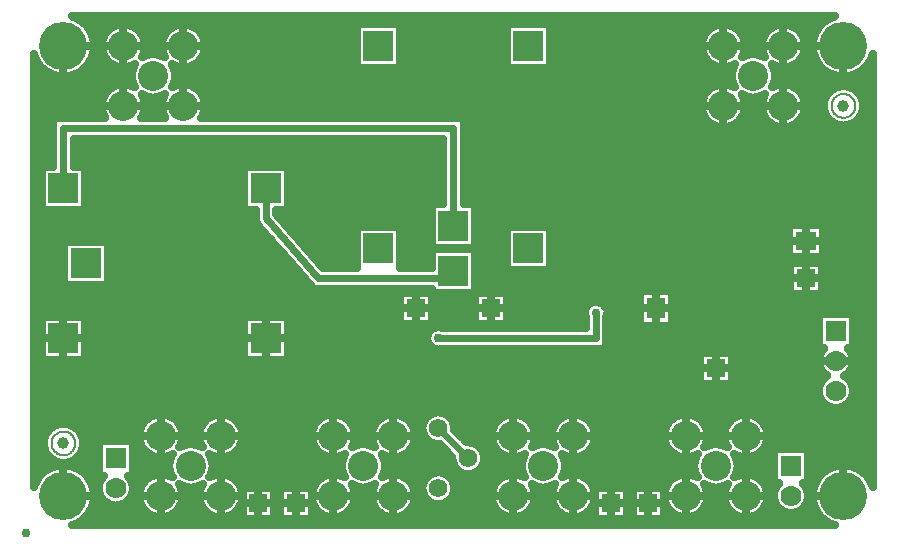
<source format=gbl>
*%FSLAX24Y24*%
*%MOIN*%
G01*
%ADD11C,0.0000*%
%ADD12C,0.0040*%
%ADD13C,0.0050*%
%ADD14C,0.0060*%
%ADD15C,0.0073*%
%ADD16C,0.0080*%
%ADD17C,0.0100*%
%ADD18C,0.0120*%
%ADD19C,0.0160*%
%ADD20C,0.0200*%
%ADD21C,0.0200*%
%ADD22C,0.0240*%
%ADD23C,0.0250*%
%ADD24C,0.0300*%
%ADD25C,0.0320*%
%ADD26C,0.0340*%
%ADD27C,0.0360*%
%ADD28C,0.0394*%
%ADD29C,0.0400*%
%ADD30C,0.0434*%
%ADD31C,0.0480*%
%ADD32C,0.0500*%
%ADD33C,0.0520*%
%ADD34C,0.0560*%
%ADD35C,0.0620*%
%ADD36C,0.0650*%
%ADD37C,0.0660*%
%ADD38C,0.0670*%
%ADD39C,0.0680*%
%ADD40C,0.0700*%
%ADD41C,0.0740*%
%ADD42C,0.0827*%
%ADD43C,0.0850*%
%ADD44C,0.0870*%
%ADD45C,0.1000*%
%ADD46C,0.1040*%
%ADD47C,0.1250*%
%ADD48C,0.1600*%
%ADD49C,0.1640*%
%ADD50C,0.2250*%
%ADD51R,0.0400X0.0400*%
%ADD52R,0.0400X0.0500*%
%ADD53R,0.0440X0.0540*%
%ADD54R,0.0450X0.0300*%
%ADD55R,0.0500X0.0400*%
%ADD56R,0.0500X0.0500*%
%ADD57R,0.0500X0.0600*%
%ADD58R,0.0540X0.0440*%
%ADD59R,0.0600X0.0500*%
%ADD60R,0.0600X0.0600*%
%ADD61R,0.0600X0.0700*%
%ADD62R,0.0640X0.0640*%
%ADD63R,0.0640X0.0740*%
%ADD64R,0.0700X0.0600*%
%ADD65R,0.0700X0.0700*%
%ADD66R,0.0740X0.0640*%
%ADD67R,0.0740X0.0740*%
%ADD68R,0.1000X0.1000*%
%ADD69R,0.1000X0.1000*%
%ADD70R,0.1040X0.1040*%
D16*
X52864Y46120D02*
X52862Y46087D01*
X52858Y46054D01*
X52851Y46022D01*
X52842Y45991D01*
X52830Y45960D01*
X52815Y45930D01*
X52798Y45902D01*
X52779Y45875D01*
X52757Y45850D01*
X52733Y45827D01*
X52708Y45806D01*
X52681Y45788D01*
X52652Y45771D01*
X52623Y45757D01*
X52592Y45746D01*
X52560Y45737D01*
X52528Y45731D01*
X52495Y45727D01*
X52462Y45726D01*
X52429Y45728D01*
X52396Y45733D01*
X52364Y45741D01*
X52333Y45751D01*
X52302Y45764D01*
X52273Y45779D01*
X52245Y45797D01*
X52219Y45817D01*
X52195Y45839D01*
X52172Y45863D01*
X52151Y45889D01*
X52133Y45916D01*
X52117Y45945D01*
X52104Y45975D01*
X52093Y46006D01*
X52085Y46038D01*
X52079Y46071D01*
X52077Y46104D01*
Y46136D01*
X52079Y46169D01*
X52085Y46202D01*
X52093Y46234D01*
X52104Y46265D01*
X52117Y46295D01*
X52133Y46324D01*
X52151Y46351D01*
X52172Y46377D01*
X52195Y46401D01*
X52219Y46423D01*
X52245Y46443D01*
X52273Y46461D01*
X52302Y46476D01*
X52333Y46489D01*
X52364Y46499D01*
X52396Y46507D01*
X52429Y46512D01*
X52462Y46514D01*
X52495Y46513D01*
X52528Y46509D01*
X52560Y46503D01*
X52592Y46494D01*
X52623Y46483D01*
X52652Y46469D01*
X52681Y46452D01*
X52708Y46434D01*
X52733Y46413D01*
X52757Y46390D01*
X52779Y46365D01*
X52798Y46338D01*
X52815Y46310D01*
X52830Y46280D01*
X52842Y46249D01*
X52851Y46218D01*
X52858Y46186D01*
X52862Y46153D01*
X52864Y46120D01*
X26864Y34870D02*
X26862Y34837D01*
X26858Y34804D01*
X26851Y34772D01*
X26842Y34741D01*
X26830Y34710D01*
X26815Y34680D01*
X26798Y34652D01*
X26779Y34625D01*
X26757Y34600D01*
X26733Y34577D01*
X26708Y34556D01*
X26681Y34538D01*
X26652Y34521D01*
X26623Y34507D01*
X26592Y34496D01*
X26560Y34487D01*
X26528Y34481D01*
X26495Y34477D01*
X26462Y34476D01*
X26429Y34478D01*
X26396Y34483D01*
X26364Y34491D01*
X26333Y34501D01*
X26302Y34514D01*
X26273Y34529D01*
X26245Y34547D01*
X26219Y34567D01*
X26195Y34589D01*
X26172Y34613D01*
X26151Y34639D01*
X26133Y34666D01*
X26117Y34695D01*
X26104Y34725D01*
X26093Y34756D01*
X26085Y34788D01*
X26079Y34821D01*
X26077Y34854D01*
Y34886D01*
X26079Y34919D01*
X26085Y34952D01*
X26093Y34984D01*
X26104Y35015D01*
X26117Y35045D01*
X26133Y35074D01*
X26151Y35101D01*
X26172Y35127D01*
X26195Y35151D01*
X26219Y35173D01*
X26245Y35193D01*
X26273Y35211D01*
X26302Y35226D01*
X26333Y35239D01*
X26364Y35249D01*
X26396Y35257D01*
X26429Y35262D01*
X26462Y35264D01*
X26495Y35263D01*
X26528Y35259D01*
X26560Y35253D01*
X26592Y35244D01*
X26623Y35233D01*
X26652Y35219D01*
X26681Y35202D01*
X26708Y35184D01*
X26733Y35163D01*
X26757Y35140D01*
X26779Y35115D01*
X26798Y35088D01*
X26815Y35060D01*
X26830Y35030D01*
X26842Y34999D01*
X26851Y34968D01*
X26858Y34936D01*
X26862Y34903D01*
X26864Y34870D01*
D22*
X34970Y40370D02*
X33220Y42370D01*
X38970Y35370D02*
X39970Y34370D01*
X26470Y43370D02*
Y45370D01*
X33220Y43370D02*
Y42370D01*
X39470Y42120D02*
Y45370D01*
X44220Y39220D02*
Y38370D01*
X38970D01*
X39470Y40370D02*
X34970D01*
X39470Y45370D02*
X26470D01*
D23*
X34625Y41288D02*
X35127Y40715D01*
X34625Y41288D02*
X33980Y42025D01*
X33945Y42065D01*
X33565Y42500D01*
X34813Y40025D02*
X34938Y39883D01*
X34813Y40025D02*
X34625Y40240D01*
X34210Y40715D01*
X33945Y41018D01*
X33565Y41452D01*
X33063Y42025D01*
X32875Y42240D01*
X32733Y42402D01*
X34938Y39883D02*
X35100Y40025D01*
X39503Y35325D02*
X39925Y34903D01*
X39437Y34415D02*
X39015Y34837D01*
X26470Y38370D02*
Y39095D01*
Y38370D02*
Y37645D01*
Y47095D02*
Y48120D01*
Y34145D02*
Y33120D01*
X25745Y37645D02*
Y39095D01*
Y42645D02*
Y44095D01*
X26495Y41595D02*
Y40145D01*
X25485Y37645D02*
Y33404D01*
Y37645D02*
Y39095D01*
Y42645D01*
Y44095D01*
Y47836D01*
X26125Y45715D02*
Y45025D01*
Y44095D01*
X26815D02*
Y45025D01*
X27120Y34763D02*
Y33913D01*
Y34977D02*
Y37645D01*
Y39095D02*
Y40145D01*
Y41595D02*
Y42645D01*
Y44095D02*
Y45025D01*
Y45715D02*
Y47327D01*
X26870Y34347D02*
Y34064D01*
Y35393D02*
Y37645D01*
Y39095D02*
Y40145D01*
Y41595D02*
Y42645D01*
Y44095D02*
Y45025D01*
Y45715D02*
Y47176D01*
X26620Y37645D02*
Y35511D01*
Y39095D02*
Y40145D01*
Y41595D02*
Y42645D01*
Y45715D02*
Y47106D01*
X26370Y37645D02*
Y35521D01*
Y39095D02*
Y40145D01*
Y41595D01*
Y42645D01*
Y45715D02*
Y47100D01*
X26120Y37645D02*
Y35428D01*
Y39095D02*
Y42645D01*
Y44095D02*
Y45025D01*
Y45715D01*
Y47157D01*
X25870Y34598D02*
Y33951D01*
Y35142D02*
Y37645D01*
Y39095D02*
Y42645D01*
Y44095D02*
Y45025D01*
Y45715D01*
Y47289D01*
X25620Y37645D02*
Y33693D01*
Y37645D02*
Y39095D01*
Y42645D01*
Y44095D01*
Y47547D01*
X28470Y46845D02*
Y46120D01*
Y48120D02*
Y48845D01*
Y48120D02*
Y47395D01*
X27195Y39095D02*
Y37645D01*
Y42645D02*
Y44095D01*
X27945Y41595D02*
Y40145D01*
X27645Y34945D02*
Y33795D01*
X28795D02*
Y34945D01*
X28870Y33795D02*
Y32135D01*
Y33795D02*
Y34945D01*
Y45025D01*
Y48725D02*
Y49105D01*
X28620Y32957D02*
Y32135D01*
Y34945D02*
Y45025D01*
Y46829D02*
Y47411D01*
Y48829D02*
Y49105D01*
X28370Y32815D02*
Y32135D01*
Y34945D02*
Y45025D01*
Y46838D02*
Y47402D01*
Y48838D02*
Y49105D01*
X28120Y32804D02*
Y32135D01*
Y34945D02*
Y40145D01*
Y41595D01*
Y45025D01*
Y46755D02*
Y47485D01*
Y48755D02*
Y49105D01*
X27870Y32914D02*
Y32135D01*
Y34945D02*
Y40145D01*
Y41595D02*
Y45025D01*
Y46527D02*
Y47713D01*
Y48527D02*
Y49105D01*
X27620Y33795D02*
Y32135D01*
Y33795D02*
Y34945D01*
Y40145D01*
Y41595D02*
Y45025D01*
Y45715D02*
Y49105D01*
X27370Y32629D02*
Y32135D01*
Y33795D02*
Y34945D01*
Y37645D01*
Y39095D01*
Y40145D01*
Y41595D02*
Y42645D01*
Y44095D01*
Y45025D01*
Y45715D02*
Y47629D01*
Y48611D02*
Y49105D01*
X29720Y33845D02*
Y33120D01*
Y32395D01*
Y35120D02*
Y35845D01*
Y35120D02*
Y34395D01*
X30470Y48120D02*
Y48845D01*
Y48120D02*
Y47395D01*
Y46845D02*
Y46120D01*
X30870Y33411D02*
Y32135D01*
Y34829D02*
Y45025D01*
Y46725D02*
Y47515D01*
Y48725D02*
Y49105D01*
X30620Y33402D02*
Y32135D01*
Y34838D02*
Y45025D01*
Y46829D02*
Y47411D01*
Y48829D02*
Y49105D01*
X30370Y32799D02*
Y32135D01*
Y35441D02*
Y45025D01*
Y46838D02*
Y47402D01*
Y48838D02*
Y49105D01*
X30120Y32515D02*
Y32135D01*
Y35725D02*
Y45025D01*
Y48755D02*
Y49105D01*
X29870Y32411D02*
Y32135D01*
Y33829D02*
Y34411D01*
Y35829D02*
Y45025D01*
Y48527D02*
Y49105D01*
X29620Y32402D02*
Y32135D01*
Y33838D02*
Y34402D01*
Y35838D02*
Y45025D01*
Y45715D02*
Y46411D01*
Y47829D02*
Y49105D01*
X29370Y32485D02*
Y32135D01*
Y33755D02*
Y34485D01*
Y35755D02*
Y45025D01*
Y45715D02*
Y46402D01*
Y47838D02*
Y49105D01*
X29120Y32713D02*
Y32135D01*
Y33527D02*
Y34713D01*
Y35527D02*
Y45025D01*
Y48441D02*
Y49105D01*
X31720Y35845D02*
Y35120D01*
Y34395D01*
Y33845D02*
Y33120D01*
Y32395D01*
X32970Y32870D02*
Y33395D01*
Y32870D02*
Y32345D01*
X32445D02*
Y33120D01*
Y33395D01*
X32495Y42645D02*
Y44095D01*
Y39095D02*
Y37645D01*
X32875Y42025D02*
Y42240D01*
Y42527D01*
Y42645D01*
X32870Y37645D02*
Y33395D01*
Y39095D02*
Y42025D01*
Y42246D02*
Y42522D01*
Y44095D02*
Y45025D01*
Y45715D02*
Y49105D01*
X32620Y37645D02*
Y33395D01*
Y39095D02*
Y42025D01*
Y42645D01*
Y44095D02*
Y45025D01*
Y45715D02*
Y49105D01*
X32370Y32799D02*
Y32345D01*
Y33441D02*
Y34799D01*
Y35441D02*
Y37645D01*
Y39095D01*
Y42645D01*
Y44095D01*
Y45025D01*
Y45715D02*
Y49105D01*
X32120Y32515D02*
Y32135D01*
Y33725D02*
Y34515D01*
Y35725D02*
Y45025D01*
Y45715D02*
Y49105D01*
X31870Y32411D02*
Y32135D01*
Y33829D02*
Y34411D01*
Y35829D02*
Y45025D01*
Y45715D02*
Y49105D01*
X31620Y32402D02*
Y32135D01*
Y33838D02*
Y34402D01*
Y35838D02*
Y45025D01*
Y45715D02*
Y49105D01*
X31370Y32485D02*
Y32135D01*
Y35755D02*
Y45025D01*
Y45715D02*
Y49105D01*
X31120Y32713D02*
Y32135D01*
Y35527D02*
Y45025D01*
Y46441D02*
Y47799D01*
Y48441D02*
Y49105D01*
X33220Y39095D02*
Y38370D01*
Y37645D01*
X34220Y33395D02*
Y32870D01*
Y32345D01*
X33695D02*
Y33395D01*
X34745Y33120D02*
Y32345D01*
Y33120D02*
Y33395D01*
X33495D02*
Y32345D01*
X33945Y42645D02*
Y44095D01*
Y39095D02*
Y37645D01*
X34625Y40025D02*
Y40240D01*
X33565Y42500D02*
Y42645D01*
X34870Y32713D02*
Y32345D01*
Y33527D02*
Y34713D01*
Y35527D02*
Y39960D01*
Y41008D02*
Y45025D01*
Y45715D02*
Y49105D01*
X34620Y40025D02*
Y33395D01*
Y41294D02*
Y45025D01*
Y45715D02*
Y49105D01*
X34370Y40025D02*
Y33395D01*
Y40025D02*
Y40532D01*
Y41580D02*
Y45025D01*
Y45715D02*
Y49105D01*
X34120Y37645D02*
Y33395D01*
Y37645D02*
Y39095D01*
Y40818D01*
Y41865D02*
Y42645D01*
Y44095D01*
Y45025D01*
Y45715D02*
Y49105D01*
X33870Y37645D02*
Y33395D01*
Y39095D02*
Y41103D01*
Y42151D02*
Y42645D01*
Y44095D02*
Y45025D01*
Y45715D02*
Y49105D01*
X33620Y33395D02*
Y32345D01*
Y33395D02*
Y37645D01*
Y39095D02*
Y41389D01*
Y44095D02*
Y45025D01*
Y45715D02*
Y49105D01*
X33370Y37645D02*
Y33395D01*
Y39095D02*
Y41675D01*
Y44095D02*
Y45025D01*
Y45715D02*
Y49105D01*
X33120Y37645D02*
Y33395D01*
Y39095D02*
Y41960D01*
Y44095D02*
Y45025D01*
Y45715D02*
Y49105D01*
X35470Y33845D02*
Y33120D01*
Y32395D01*
Y35120D02*
Y35845D01*
Y35120D02*
Y34395D01*
X36245Y40715D02*
Y42095D01*
Y47395D02*
Y48845D01*
X36870Y32713D02*
Y32135D01*
Y35527D02*
Y40025D01*
Y42095D02*
Y45025D01*
Y45715D02*
Y47395D01*
Y48845D02*
Y49105D01*
X36620Y33411D02*
Y32135D01*
Y34829D02*
Y40025D01*
Y42095D02*
Y45025D01*
Y45715D02*
Y47395D01*
Y48845D02*
Y49105D01*
X36370Y33402D02*
Y32135D01*
Y34838D02*
Y40025D01*
Y42095D02*
Y45025D01*
Y45715D02*
Y47395D01*
Y48845D02*
Y49105D01*
X36120Y32799D02*
Y32135D01*
Y35441D02*
Y40025D01*
Y40715D02*
Y42095D01*
Y45025D01*
Y45715D02*
Y47395D01*
Y48845D01*
Y49105D01*
X35870Y32515D02*
Y32135D01*
Y35725D02*
Y40025D01*
Y40715D02*
Y45025D01*
Y45715D02*
Y49105D01*
X35620Y32411D02*
Y32135D01*
Y33829D02*
Y34411D01*
Y35829D02*
Y40025D01*
Y40715D02*
Y45025D01*
Y45715D02*
Y49105D01*
X35370Y32402D02*
Y32135D01*
Y33838D02*
Y34402D01*
Y35838D02*
Y40025D01*
Y40715D02*
Y45025D01*
Y45715D02*
Y49105D01*
X35120Y32485D02*
Y32135D01*
Y33755D02*
Y34485D01*
Y35755D02*
Y40025D01*
Y40722D02*
Y45025D01*
Y45715D02*
Y49105D01*
X37470Y35845D02*
Y35120D01*
Y34395D01*
Y33845D02*
Y33120D01*
Y32395D01*
X38220Y39370D02*
Y39895D01*
Y39370D02*
Y38845D01*
X37695D02*
Y39895D01*
X38745D02*
Y38845D01*
X37695Y40715D02*
Y42095D01*
Y47395D02*
Y48845D01*
X38745Y41345D02*
Y41270D01*
Y41345D02*
Y41395D01*
Y42845D01*
Y39895D02*
Y39770D01*
Y39895D02*
Y40025D01*
Y40715D02*
Y41345D01*
X38625Y38223D02*
Y38025D01*
Y38517D02*
Y38715D01*
X38620Y32965D02*
Y32135D01*
Y33775D02*
Y34965D01*
Y35775D02*
Y38025D01*
Y40715D02*
Y41345D01*
Y41395D02*
Y42845D01*
Y45025D01*
Y45715D02*
Y49105D01*
X38370Y38025D02*
Y32135D01*
Y38025D02*
Y38715D01*
Y40715D02*
Y45025D01*
Y45715D02*
Y49105D01*
X38120Y32799D02*
Y32135D01*
Y33441D02*
Y34799D01*
Y35441D02*
Y38845D01*
Y40715D02*
Y45025D01*
Y45715D02*
Y49105D01*
X37870Y32515D02*
Y32135D01*
Y33725D02*
Y34515D01*
Y35725D02*
Y38845D01*
Y40715D02*
Y42095D01*
Y45025D01*
Y45715D02*
Y47395D01*
Y48845D01*
Y49105D01*
X37620Y32411D02*
Y32135D01*
Y33829D02*
Y34411D01*
Y35829D02*
Y38845D01*
Y39895D01*
Y42095D02*
Y45025D01*
Y45715D02*
Y47395D01*
Y48845D02*
Y49105D01*
X37370Y32402D02*
Y32135D01*
Y33838D02*
Y34402D01*
Y35838D02*
Y40025D01*
Y42095D02*
Y45025D01*
Y45715D02*
Y47395D01*
Y48845D02*
Y49105D01*
X37120Y32485D02*
Y32135D01*
Y35755D02*
Y40025D01*
Y42095D02*
Y45025D01*
Y45715D02*
Y47395D01*
Y48845D02*
Y49105D01*
X40720Y39895D02*
Y39370D01*
Y38845D01*
X40195Y41270D02*
Y41345D01*
Y41395D01*
Y42845D01*
Y39895D02*
Y39770D01*
Y39895D02*
Y41345D01*
Y39895D02*
Y38845D01*
X39815Y45025D02*
Y45715D01*
X39125Y45025D02*
Y42845D01*
X39815D02*
Y45025D01*
X40620Y38025D02*
Y32135D01*
Y39895D02*
Y49105D01*
X40370Y34015D02*
Y32135D01*
Y34725D02*
Y38025D01*
Y39895D02*
Y41345D01*
Y41395D02*
Y42845D01*
Y49105D01*
X40120Y33856D02*
Y32135D01*
Y34884D02*
Y38025D01*
Y38845D02*
Y39895D01*
Y42845D02*
Y49105D01*
X39870Y33844D02*
Y32135D01*
Y34958D02*
Y38025D01*
Y38715D02*
Y39895D01*
Y42845D02*
Y45025D01*
Y45715D01*
Y49105D01*
X39620Y33965D02*
Y32135D01*
Y35208D02*
Y38025D01*
Y38715D02*
Y39895D01*
Y45715D02*
Y49105D01*
X39370Y33015D02*
Y32135D01*
Y33725D02*
Y34482D01*
Y35725D02*
Y38025D01*
Y38715D02*
Y39895D01*
Y45715D02*
Y49105D01*
X39120Y32856D02*
Y32135D01*
Y33884D02*
Y34732D01*
Y35884D02*
Y38025D01*
Y38715D02*
Y39895D01*
Y42845D02*
Y45025D01*
Y45715D02*
Y49105D01*
X38870Y32844D02*
Y32135D01*
Y33896D02*
Y34844D01*
Y35896D02*
Y38009D01*
Y38845D02*
Y39895D01*
Y42845D02*
Y45025D01*
Y45715D02*
Y49105D01*
X41470Y33845D02*
Y33120D01*
Y32395D01*
Y35120D02*
Y35845D01*
Y35120D02*
Y34395D01*
X41245Y40645D02*
Y42095D01*
X42695D02*
Y40645D01*
X41245Y47395D02*
Y48845D01*
X42695D02*
Y47395D01*
X41245Y39895D02*
Y38845D01*
X42620Y33411D02*
Y32135D01*
Y34829D02*
Y38025D01*
Y38715D02*
Y40645D01*
Y42095D02*
Y47395D01*
Y48845D02*
Y49105D01*
X42370Y33402D02*
Y32135D01*
Y34838D02*
Y38025D01*
Y38715D02*
Y40645D01*
Y42095D02*
Y47395D01*
Y48845D02*
Y49105D01*
X42120Y32799D02*
Y32135D01*
Y35441D02*
Y38025D01*
Y38715D02*
Y40645D01*
Y42095D02*
Y47395D01*
Y48845D02*
Y49105D01*
X41870Y32515D02*
Y32135D01*
Y35725D02*
Y38025D01*
Y38715D02*
Y40645D01*
Y42095D02*
Y47395D01*
Y48845D02*
Y49105D01*
X41620Y32411D02*
Y32135D01*
Y33829D02*
Y34411D01*
Y35829D02*
Y38025D01*
Y38715D02*
Y40645D01*
Y42095D02*
Y47395D01*
Y48845D02*
Y49105D01*
X41370Y32402D02*
Y32135D01*
Y33838D02*
Y34402D01*
Y35838D02*
Y38025D01*
Y38845D02*
Y39895D01*
Y40645D01*
Y42095D02*
Y47395D01*
Y48845D02*
Y49105D01*
X41120Y32485D02*
Y32135D01*
Y33755D02*
Y34485D01*
Y35755D02*
Y38025D01*
Y39895D02*
Y40645D01*
Y42095D01*
Y47395D01*
Y48845D01*
Y49105D01*
X40870Y32713D02*
Y32135D01*
Y33527D02*
Y34713D01*
Y35527D02*
Y38025D01*
Y39895D02*
Y49105D01*
X44720Y33395D02*
Y32870D01*
Y32345D01*
X43470Y35120D02*
Y35845D01*
Y35120D02*
Y34395D01*
Y33845D02*
Y33120D01*
Y32395D01*
X44195Y32345D02*
Y33120D01*
Y33395D01*
X44565Y38025D02*
Y38715D01*
X43875D02*
Y39073D01*
Y39367D02*
Y39565D01*
X44565Y39073D02*
Y38715D01*
Y39367D02*
Y39565D01*
X44620Y38025D02*
Y33395D01*
Y38025D02*
Y38715D01*
Y39565D01*
Y49105D01*
X44370Y38025D02*
Y33395D01*
Y39565D02*
Y49105D01*
X44120Y32799D02*
Y32345D01*
Y33441D02*
Y34799D01*
Y35441D02*
Y38025D01*
Y39581D02*
Y49105D01*
X43870Y32515D02*
Y32135D01*
Y33725D02*
Y34515D01*
Y35725D02*
Y38025D01*
Y38715D02*
Y39085D01*
Y39565D02*
Y49105D01*
X43620Y32411D02*
Y32135D01*
Y33829D02*
Y34411D01*
Y35829D02*
Y38025D01*
Y38715D02*
Y39565D01*
Y49105D01*
X43370Y32402D02*
Y32135D01*
Y33838D02*
Y34402D01*
Y35838D02*
Y38025D01*
Y38715D02*
Y49105D01*
X43120Y32485D02*
Y32135D01*
Y35755D02*
Y38025D01*
Y38715D02*
Y49105D01*
X42870Y32713D02*
Y32135D01*
Y35527D02*
Y38025D01*
Y38715D02*
Y40645D01*
Y42095D01*
Y47395D01*
Y48845D01*
Y49105D01*
X45970Y33395D02*
Y32870D01*
Y32345D01*
X46220Y39370D02*
Y39895D01*
Y39370D02*
Y38845D01*
X45695Y38795D02*
Y39945D01*
X45245Y33395D02*
Y32345D01*
X45445D02*
Y33395D01*
X46495Y33120D02*
Y32345D01*
Y33120D02*
Y33395D01*
X46620Y32713D02*
Y32345D01*
Y33527D02*
Y34713D01*
Y35527D02*
Y38795D01*
Y39945D02*
Y49105D01*
X46370Y38795D02*
Y33395D01*
Y39945D02*
Y49105D01*
X46120Y38795D02*
Y33395D01*
Y39945D02*
Y49105D01*
X45870Y38795D02*
Y33395D01*
Y39945D02*
Y49105D01*
X45620Y38795D02*
Y33395D01*
Y38795D02*
Y39945D01*
Y49105D01*
X45370Y33395D02*
Y32345D01*
Y33395D02*
Y49105D01*
X45120D02*
Y33395D01*
X44870D02*
Y49105D01*
X47220Y33845D02*
Y33120D01*
Y32395D01*
Y35120D02*
Y35845D01*
Y35120D02*
Y34395D01*
X48470Y46120D02*
Y46845D01*
Y46120D02*
Y45395D01*
Y48120D02*
Y48845D01*
Y48120D02*
Y47395D01*
X48220Y37895D02*
Y37370D01*
Y36845D01*
X46745Y38795D02*
Y39945D01*
X47695Y37895D02*
Y36845D01*
X48620Y32713D02*
Y32135D01*
Y35527D02*
Y36845D01*
Y37895D02*
Y45411D01*
Y46829D02*
Y47411D01*
Y48829D02*
Y49105D01*
X48370Y33411D02*
Y32135D01*
Y34829D02*
Y36845D01*
Y37895D02*
Y45402D01*
Y46838D02*
Y47402D01*
Y48838D02*
Y49105D01*
X48120Y33402D02*
Y32135D01*
Y34838D02*
Y36845D01*
Y37895D02*
Y45485D01*
Y46755D02*
Y47485D01*
Y48755D02*
Y49105D01*
X47870Y32799D02*
Y32135D01*
Y35441D02*
Y36845D01*
Y37895D02*
Y45713D01*
Y46527D02*
Y47713D01*
Y48527D02*
Y49105D01*
X47620Y32515D02*
Y32135D01*
Y35725D02*
Y36845D01*
Y37895D01*
Y49105D01*
X47370Y32411D02*
Y32135D01*
Y33829D02*
Y34411D01*
Y35829D02*
Y49105D01*
X47120Y32402D02*
Y32135D01*
Y33838D02*
Y34402D01*
Y35838D02*
Y49105D01*
X46870Y32485D02*
Y32135D01*
Y33755D02*
Y34485D01*
Y35755D02*
Y38795D01*
Y39945D01*
Y49105D01*
X49220Y35845D02*
Y35120D01*
Y34395D01*
Y33845D02*
Y33120D01*
Y32395D01*
X50470Y48120D02*
Y48845D01*
Y48120D02*
Y47395D01*
Y46845D02*
Y46120D01*
Y45395D01*
X48745Y37895D02*
Y36845D01*
X50145Y34695D02*
Y33545D01*
X50370Y32664D02*
Y32135D01*
Y34695D02*
Y41095D01*
Y42145D01*
Y45402D01*
Y46838D02*
Y47402D01*
Y48838D02*
Y49105D01*
X50120Y33545D02*
Y32135D01*
Y33545D02*
Y34695D01*
Y45485D01*
Y48755D02*
Y49105D01*
X49870Y32799D02*
Y32135D01*
Y33545D02*
Y34695D01*
Y35441D02*
Y45713D01*
Y48527D02*
Y49105D01*
X49620Y32515D02*
Y32135D01*
Y33725D02*
Y34515D01*
Y35725D02*
Y46411D01*
Y47829D02*
Y49105D01*
X49370Y32411D02*
Y32135D01*
Y33829D02*
Y34411D01*
Y35829D02*
Y46402D01*
Y47838D02*
Y49105D01*
X49120Y32402D02*
Y32135D01*
Y33838D02*
Y34402D01*
Y35838D02*
Y45799D01*
Y48441D02*
Y49105D01*
X48870Y32485D02*
Y32135D01*
Y35755D02*
Y36845D01*
Y37895D01*
Y45515D01*
Y48725D02*
Y49105D01*
X51220Y40895D02*
Y40370D01*
Y39845D01*
X52470Y47095D02*
Y48120D01*
Y34145D02*
Y33120D01*
X51220Y41620D02*
Y42145D01*
Y41620D02*
Y41095D01*
X50645D02*
Y42145D01*
X51795D02*
Y41095D01*
X50695Y40895D02*
Y39845D01*
X51745D02*
Y40895D01*
X51295Y34695D02*
Y33545D01*
X51645Y38045D02*
Y39195D01*
X52370Y36065D02*
Y34140D01*
Y39195D02*
Y45469D01*
Y46771D02*
Y47100D01*
X52120Y36054D02*
Y34083D01*
Y39195D02*
Y45562D01*
Y46678D02*
Y47157D01*
X51870Y36164D02*
Y33951D01*
Y39195D02*
Y39845D01*
Y40895D01*
Y41095D02*
Y42145D01*
Y45848D01*
Y46392D02*
Y47289D01*
X51620Y32547D02*
Y32135D01*
Y33693D02*
Y38045D01*
Y39195D01*
Y39845D01*
Y42145D02*
Y47547D01*
Y48693D02*
Y49105D01*
X51370Y33545D02*
Y32135D01*
Y33545D02*
Y34695D01*
Y38045D01*
Y39195D01*
Y39845D01*
Y42145D02*
Y49105D01*
X51120Y32707D02*
Y32135D01*
Y34695D02*
Y39845D01*
Y42145D02*
Y45799D01*
Y46441D02*
Y47799D01*
Y48441D02*
Y49105D01*
X50870Y32565D02*
Y32135D01*
Y34695D02*
Y39845D01*
Y42145D02*
Y45515D01*
Y46725D02*
Y47515D01*
Y48725D02*
Y49105D01*
X50620Y32554D02*
Y32135D01*
Y34695D02*
Y39845D01*
Y40895D01*
Y41095D02*
Y42145D01*
Y45411D01*
Y46829D02*
Y47411D01*
Y48829D02*
Y49105D01*
X52795Y39195D02*
Y38045D01*
X53455Y33404D02*
Y47836D01*
X53370Y47629D02*
Y33611D01*
X53120Y33913D02*
Y46013D01*
Y46227D02*
Y47327D01*
X52870Y38045D02*
Y34064D01*
Y38045D02*
Y39195D01*
Y45597D01*
Y46643D02*
Y47176D01*
X52620Y36207D02*
Y34134D01*
Y39195D02*
Y45479D01*
Y46761D02*
Y47106D01*
X46495Y32870D02*
X45970D01*
X45445D01*
X45245D02*
X44720D01*
X44195D01*
X42195Y33120D02*
X41470D01*
X40745D01*
X43470D02*
X44195D01*
X43470D02*
X42745D01*
X30445D02*
X29720D01*
X28995D01*
X31720D02*
X32445D01*
X31720D02*
X30995D01*
X47220D02*
X47945D01*
X47220D02*
X46495D01*
X49220D02*
X49945D01*
X49220D02*
X48495D01*
X33495Y32870D02*
X32970D01*
X32445D01*
X34220D02*
X34745D01*
X34220D02*
X33695D01*
X35470Y33120D02*
X36195D01*
X35470D02*
X34745D01*
X37470D02*
X38195D01*
X37470D02*
X36745D01*
X51445D02*
X52470D01*
X27495D02*
X26470D01*
X33570Y33395D02*
X33695D01*
X34745D01*
X33695Y32345D02*
X33570D01*
X33695D02*
X34745D01*
X33495Y33395D02*
X32445D01*
Y32345D02*
X32320D01*
X32445D02*
X33495D01*
X44195Y33395D02*
X45245D01*
X44195Y32345D02*
X44070D01*
X44195D02*
X45245D01*
X45320Y33395D02*
X45445D01*
X46495D01*
X45445Y32345D02*
X45320D01*
X45445D02*
X46495D01*
X32445Y32135D02*
X26754D01*
X32445D02*
X33495D01*
X33695D01*
X34745D01*
X44195D01*
X45245D01*
X45445D01*
X46495D01*
X52186D01*
X32445Y32170D02*
X26855D01*
X32445D02*
X33495D01*
X33695D02*
X34745D01*
X44195D01*
X45245D01*
X45445D02*
X46495D01*
X52085D01*
X29531Y32420D02*
X27219D01*
X29909D02*
X31531D01*
X31909D02*
X32445D01*
X34745D02*
X35281D01*
X35659D02*
X37281D01*
X37659D02*
X41281D01*
X41659D02*
X43281D01*
X43659D02*
X44195D01*
X46495D02*
X47031D01*
X47409D02*
X49031D01*
X49409D02*
X51721D01*
X29152Y32670D02*
X27391D01*
X30288D02*
X31152D01*
X36038D02*
X36902D01*
X38038D02*
X40902D01*
X42038D02*
X42902D01*
X47788D02*
X48652D01*
X49788D02*
X50362D01*
X51078D02*
X51549D01*
X27862Y32920D02*
X27475D01*
X28578D02*
X29023D01*
X30417D02*
X31023D01*
X36167D02*
X36773D01*
X38167D02*
X38681D01*
X39259D02*
X40773D01*
X42167D02*
X42773D01*
X47917D02*
X48523D01*
X49917D02*
X50181D01*
X30997Y33170D02*
X30443D01*
X36193D02*
X36747D01*
X38193D02*
X38474D01*
X39466D02*
X40747D01*
X42193D02*
X42747D01*
X47943D02*
X48497D01*
X29060Y33420D02*
X28793D01*
X32445D02*
X33495D01*
X33695D02*
X34745D01*
X38130D02*
X38437D01*
X39503D02*
X40810D01*
X44195D02*
X45245D01*
X45445D02*
X46495D01*
X49880D02*
X50145D01*
X44195Y35120D02*
X43470D01*
X42745D01*
X42195D02*
X41470D01*
X40745D01*
X32445D02*
X31720D01*
X30995D01*
X30445D02*
X29720D01*
X28995D01*
X49220D02*
X49945D01*
X49220D02*
X48495D01*
X47945D02*
X47220D01*
X46495D01*
X38195D02*
X37470D01*
X36745D01*
X36195D02*
X35470D01*
X34745D01*
X28795Y34945D02*
X27645D01*
Y33795D02*
X27833D01*
X28607D02*
X28795D01*
X50145Y34695D02*
X51295D01*
X50333Y33545D02*
X50145D01*
X51107D02*
X51295D01*
X27645Y33670D02*
X27335D01*
X28795D02*
X29248D01*
X32192D02*
X32445D01*
X33495D01*
X33695D02*
X34745D01*
X34998D01*
X37942D02*
X38527D01*
X39413D02*
X40998D01*
X43942D02*
X44195D01*
X45245D01*
X45445D02*
X46495D01*
X46748D01*
X49692D02*
X50145D01*
X51295D02*
X51605D01*
X25829Y33920D02*
X25485D01*
X27111D02*
X27645D01*
X28795D02*
X30023D01*
X31417D02*
X35773D01*
X37167D02*
X39681D01*
X40259D02*
X41773D01*
X43167D02*
X47523D01*
X48917D02*
X50145D01*
X51295D02*
X51829D01*
X53111D02*
X53455D01*
X27645Y34170D02*
X25485D01*
X28795D02*
X29997D01*
X31443D02*
X35747D01*
X37193D02*
X39474D01*
X40466D02*
X41747D01*
X43193D02*
X47497D01*
X48943D02*
X50145D01*
X51295D02*
X53455D01*
X25989Y34420D02*
X25485D01*
X26951D02*
X27645D01*
X28795D02*
X29531D01*
X31909D02*
X35281D01*
X37659D02*
X39432D01*
X40503D02*
X41281D01*
X43659D02*
X47031D01*
X49409D02*
X50145D01*
X51295D02*
X53455D01*
X25842Y34670D02*
X25485D01*
X27098D02*
X27645D01*
X28795D02*
X29152D01*
X32288D02*
X34902D01*
X38038D02*
X39182D01*
X40413D02*
X40902D01*
X44038D02*
X46652D01*
X49788D02*
X50145D01*
X51295D02*
X53455D01*
X25813Y34920D02*
X25485D01*
X27127D02*
X27645D01*
X30417D02*
X31023D01*
X32417D02*
X34773D01*
X36167D02*
X36773D01*
X38167D02*
X38681D01*
X39908D02*
X40773D01*
X42167D02*
X42773D01*
X44167D02*
X46523D01*
X47917D02*
X48523D01*
X50145D02*
X51295D01*
X53455D01*
X25884Y35170D02*
X25485D01*
X27056D02*
X27645D01*
X28795D01*
X30443D02*
X30997D01*
X32443D02*
X34747D01*
X36193D02*
X36747D01*
X38193D02*
X38474D01*
X39658D02*
X40747D01*
X42193D02*
X42747D01*
X44193D02*
X46497D01*
X47943D02*
X48497D01*
X49943D02*
X53455D01*
X48745Y36845D02*
X47695D01*
X26108Y35420D02*
X25485D01*
X26832D02*
X29060D01*
X30380D02*
X31060D01*
X32380D02*
X34810D01*
X36130D02*
X36810D01*
X38130D02*
X38437D01*
X39503D02*
X40810D01*
X42130D02*
X42810D01*
X44130D02*
X46560D01*
X47880D02*
X48560D01*
X49880D02*
X53455D01*
X29248Y35670D02*
X25485D01*
X30192D02*
X31248D01*
X32192D02*
X34998D01*
X35942D02*
X36998D01*
X37942D02*
X38527D01*
X39413D02*
X40998D01*
X41942D02*
X42998D01*
X43942D02*
X46748D01*
X47692D02*
X48748D01*
X49692D02*
X53455D01*
Y35920D02*
X25485D01*
Y36170D02*
X51862D01*
X52578D02*
X53455D01*
X51681Y36420D02*
X25485D01*
X52759D02*
X53455D01*
X47695Y36670D02*
X25485D01*
X47695D02*
X48745D01*
X51647D01*
X52793D02*
X53455D01*
X47695Y36920D02*
X25485D01*
X48745D02*
X51729D01*
X52711D02*
X53455D01*
X47695Y37170D02*
X25485D01*
X48745D02*
X51862D01*
X52578D02*
X53455D01*
X52795Y37620D02*
X52220D01*
X51645D01*
X33945Y38370D02*
X33220D01*
X32495D01*
X27195D02*
X26470D01*
X25745D01*
X48220Y37370D02*
X48745D01*
X48220D02*
X47695D01*
X38625Y38845D02*
X37695D01*
X38625D02*
X38745D01*
X45695Y38795D02*
X46745D01*
X47695Y37895D02*
X48745D01*
X27195Y39095D02*
X25745D01*
Y37645D02*
X27195D01*
X32495Y39095D02*
X33945D01*
Y37645D02*
X32495D01*
X51645Y39195D02*
X52795D01*
X51833Y38045D02*
X51645D01*
X52607D02*
X52795D01*
X41245Y38845D02*
X40195D01*
X38823Y38025D02*
X38625D01*
X39117D02*
X43875D01*
X44565D01*
X38745Y38715D02*
X38625D01*
X38745D02*
X38823D01*
X39117D02*
X40195D01*
X41245D01*
X43875D01*
X25745Y37420D02*
X25485D01*
X25745D02*
X27195D01*
X32495D01*
X33945D01*
X47695D01*
X48745D02*
X51681D01*
X52759D02*
X53455D01*
X25745Y37670D02*
X25485D01*
X27195D02*
X32495D01*
X33945D02*
X47695D01*
X48745D02*
X51647D01*
X52793D02*
X53455D01*
X25745Y37920D02*
X25485D01*
X27195D02*
X32495D01*
X33945D02*
X38625D01*
X43875D01*
X44565D01*
X47695D01*
X48745D01*
X51645D01*
X52795D02*
X53455D01*
X25745Y38170D02*
X25485D01*
X27195D02*
X32495D01*
X33945D02*
X38625D01*
X44565D02*
X47695D01*
X48745D01*
X51645D01*
X52795D02*
X53455D01*
X25745Y38420D02*
X25485D01*
X27195D02*
X32495D01*
X33945D02*
X38598D01*
X44565D02*
X51645D01*
X52795D02*
X53455D01*
X25745Y38670D02*
X25485D01*
X27195D02*
X32495D01*
X33945D02*
X37695D01*
X38625D01*
X44565D02*
X45695D01*
X46745D01*
X51645D01*
X52795D02*
X53455D01*
X25745Y38920D02*
X25485D01*
X27195D02*
X32495D01*
X33945D02*
X37695D01*
X38745D02*
X40195D01*
X41245D02*
X43875D01*
X44565D02*
X45695D01*
X46745D02*
X51645D01*
X52795D02*
X53455D01*
X25745Y39170D02*
X25485D01*
X25745D02*
X27195D01*
X32495D01*
X33945D01*
X37695D01*
X38745D02*
X40195D01*
X41245D02*
X43848D01*
X44592D02*
X45695D01*
X46745D02*
X51645D01*
X52795D02*
X53455D01*
X41245Y39370D02*
X40720D01*
X40195D01*
X51220Y40370D02*
X51745D01*
X51220D02*
X50695D01*
X46795Y39370D02*
X46220D01*
X45645D01*
X38745D02*
X38220D01*
X37695D01*
Y39895D02*
X38745D01*
X50645Y41095D02*
X50695D01*
X51745D01*
X51795D01*
X46745Y39945D02*
X45695D01*
X42695Y40645D02*
X41245D01*
X39815Y39895D02*
X38745D01*
X39815D02*
X40195D01*
X27945Y40145D02*
X26495D01*
X50645Y40895D02*
X50695D01*
X51745D01*
X51795D01*
X51745Y39845D02*
X50695D01*
X41245Y39895D02*
X40195D01*
X34813Y40025D02*
X34625D01*
X34813D02*
X35100D01*
X37695D01*
X38745D01*
X36245Y40715D02*
X35127D01*
X37695D02*
X38745D01*
X43875Y39565D02*
X44073D01*
X44367D02*
X44565D01*
X37695Y39420D02*
X25485D01*
X38745D02*
X40195D01*
X41245D02*
X43875D01*
X44565D02*
X45695D01*
X46745D02*
X51645D01*
X52795D01*
X53455D01*
X37695Y39670D02*
X25485D01*
X38745D02*
X40195D01*
X41245D02*
X43875D01*
X44565D01*
X45695D01*
X46745D02*
X50695D01*
X51745D01*
X53455D01*
X26495Y39920D02*
X25485D01*
X26495D02*
X27945D01*
X34625D01*
X34905D01*
X34980D02*
X37695D01*
X38745D01*
X40195D02*
X41245D01*
X45695D01*
X46745D02*
X50695D01*
X51745D02*
X53455D01*
X26495Y40170D02*
X25485D01*
X27945D02*
X34625D01*
X40195D02*
X41245D01*
X45695D01*
X46745D01*
X50695D01*
X51745D02*
X53455D01*
X26495Y40420D02*
X25485D01*
X27945D02*
X34468D01*
X40195D02*
X41245D01*
X42695D01*
X50695D01*
X51745D02*
X53455D01*
X26495Y40670D02*
X25485D01*
X27945D02*
X34249D01*
X40195D02*
X41245D01*
X42695D02*
X50695D01*
X51745D02*
X53455D01*
X26495Y40920D02*
X25485D01*
X27945D02*
X34030D01*
X34947D02*
X36245D01*
X37695D02*
X38745D01*
X40195D02*
X41245D01*
X42695D02*
X50645D01*
X50695D02*
X51745D01*
X51795D02*
X53455D01*
X26495Y41170D02*
X25485D01*
X27945D02*
X33812D01*
X34728D02*
X36245D01*
X37695D02*
X38745D01*
X40195D02*
X41245D01*
X42695D02*
X50645D01*
X51795D02*
X53455D01*
X51795Y41620D02*
X51220D01*
X50645D01*
Y42145D02*
X51795D01*
X42695Y42095D02*
X41245D01*
X37695D02*
X36245D01*
X38745Y42845D02*
X39125D01*
X39815D02*
X40195D01*
Y41395D02*
X38745D01*
Y41345D02*
X40195D01*
X27195Y42645D02*
X25745D01*
X32495D02*
X32875D01*
X33565D02*
X33945D01*
X27945Y41595D02*
X26495D01*
X32875Y42025D02*
X33063D01*
X26495Y41420D02*
X25485D01*
X27945D02*
X33593D01*
X34510D02*
X36245D01*
X37695D02*
X38745D01*
X40195D02*
X41245D01*
X42695D02*
X50645D01*
X51795D02*
X53455D01*
X26495Y41670D02*
X25485D01*
X26495D02*
X27945D01*
X33374D01*
X34291D02*
X36245D01*
X37695D02*
X38745D01*
X40195D02*
X41245D01*
X42695D02*
X50645D01*
X51795D02*
X53455D01*
X32875Y41920D02*
X25485D01*
X32875D02*
X33155D01*
X34072D02*
X36245D01*
X37695D02*
X38745D01*
X40195D02*
X41245D01*
X42695D02*
X50645D01*
X51795D02*
X53455D01*
X32875Y42170D02*
X25485D01*
X33853D02*
X36245D01*
X37695D01*
X38745D01*
X40195D02*
X41245D01*
X42695D01*
X50645D01*
X51795D01*
X53455D01*
X25745Y42420D02*
X25485D01*
X25745D02*
X27195D01*
X32495D01*
X32753D01*
X33635D02*
X33945D01*
X38745D01*
X40195D02*
X50645D01*
X51795D01*
X53455D01*
X25745Y42670D02*
X25485D01*
X27195D02*
X32495D01*
X33945D02*
X38745D01*
X40195D02*
X53455D01*
X25745Y42920D02*
X25485D01*
X27195D02*
X32495D01*
X33945D02*
X38745D01*
X39125D01*
X39815D02*
X40195D01*
X53455D01*
X25745Y43170D02*
X25485D01*
X27195D02*
X32495D01*
X33945D02*
X39125D01*
X39815D02*
X53455D01*
X26125Y44095D02*
X25745D01*
X26815D02*
X27195D01*
X32495D02*
X33945D01*
X39125Y45025D02*
X26815D01*
X25745Y43420D02*
X25485D01*
X27195D02*
X32495D01*
X33945D02*
X39125D01*
X39815D02*
X53455D01*
X25745Y43670D02*
X25485D01*
X27195D02*
X32495D01*
X33945D02*
X39125D01*
X39815D02*
X53455D01*
X25745Y43920D02*
X25485D01*
X27195D02*
X32495D01*
X33945D02*
X39125D01*
X39815D02*
X53455D01*
X25745Y44170D02*
X25485D01*
X25745D02*
X26125D01*
X26815D02*
X27195D01*
X32495D01*
X33945D01*
X39125D01*
X39815D02*
X53455D01*
X26125Y44420D02*
X25485D01*
X26815D02*
X39125D01*
X39815D02*
X53455D01*
X26125Y44670D02*
X25485D01*
X26815D02*
X39125D01*
X39815D02*
X53455D01*
X26125Y44920D02*
X25485D01*
X26815D02*
X39125D01*
X39815D02*
X53455D01*
X26125Y45170D02*
X25485D01*
X39815D02*
X53455D01*
X49195Y46120D02*
X48470D01*
X47745D01*
X50470D02*
X51195D01*
X50470D02*
X49745D01*
X29195D02*
X28470D01*
X27745D01*
X30470D02*
X31195D01*
X30470D02*
X29745D01*
X26815Y45715D02*
X26125D01*
X26815D02*
X27869D01*
X29071D02*
X29869D01*
X31071D02*
X39125D01*
X39815D01*
X26125Y45420D02*
X25485D01*
X39815D02*
X48281D01*
X48659D02*
X50281D01*
X50659D02*
X53455D01*
X26125Y45670D02*
X25485D01*
X39815D02*
X47902D01*
X49038D02*
X49902D01*
X51038D02*
X51989D01*
X52951D02*
X53455D01*
X26125Y45920D02*
X25485D01*
X26125D02*
X26815D01*
X27773D01*
X29167D02*
X29773D01*
X31167D02*
X39125D01*
X39815D01*
X47773D01*
X49167D02*
X49773D01*
X51167D02*
X51842D01*
X53098D02*
X53455D01*
X27747Y46170D02*
X25485D01*
X29193D02*
X29747D01*
X31193D02*
X47747D01*
X49193D02*
X49747D01*
X51193D02*
X51813D01*
X53127D02*
X53455D01*
X27810Y46420D02*
X25485D01*
X31130D02*
X47810D01*
X51130D02*
X51884D01*
X53056D02*
X53455D01*
X27998Y46670D02*
X25485D01*
X30942D02*
X47998D01*
X50942D02*
X52108D01*
X52832D02*
X53455D01*
X28773Y46920D02*
X25485D01*
X30167D02*
X48773D01*
X50167D02*
X53455D01*
X52470Y48120D02*
X51445D01*
X51195D02*
X50470D01*
X49745D01*
X49195D02*
X48470D01*
X47745D01*
X27495D02*
X26470D01*
X30470D02*
X31195D01*
X30470D02*
X29745D01*
X29195D02*
X28470D01*
X27745D01*
X36245Y48845D02*
X37695D01*
Y47395D02*
X36245D01*
X41245Y48845D02*
X42695D01*
Y47395D02*
X41245D01*
X26085Y47170D02*
X25485D01*
X26855D02*
X28747D01*
X30193D02*
X36245D01*
X37695D01*
X41245D01*
X42695D01*
X48747D01*
X50193D02*
X52085D01*
X52855D02*
X53455D01*
X28281Y47420D02*
X27219D01*
X30659D02*
X36245D01*
X37695D02*
X41245D01*
X42695D02*
X48281D01*
X50659D02*
X51721D01*
X27902Y47670D02*
X27391D01*
X31038D02*
X36245D01*
X37695D02*
X41245D01*
X42695D02*
X47902D01*
X51038D02*
X51549D01*
X27773Y47920D02*
X27475D01*
X29167D02*
X29773D01*
X31167D02*
X36245D01*
X37695D02*
X41245D01*
X42695D02*
X47773D01*
X49167D02*
X49773D01*
X51167D02*
X51465D01*
X27747Y48170D02*
X27494D01*
X29193D02*
X29747D01*
X31193D02*
X36245D01*
X37695D02*
X41245D01*
X42695D02*
X47747D01*
X49193D02*
X49747D01*
X51193D02*
X51446D01*
X27810Y48420D02*
X27450D01*
X29130D02*
X29810D01*
X31130D02*
X36245D01*
X37695D02*
X41245D01*
X42695D02*
X47810D01*
X49130D02*
X49810D01*
X51130D02*
X51490D01*
X27998Y48670D02*
X27335D01*
X28942D02*
X29998D01*
X30942D02*
X36245D01*
X37695D02*
X41245D01*
X42695D02*
X47998D01*
X48942D02*
X49998D01*
X50942D02*
X51605D01*
X36245Y48920D02*
X27111D01*
X36245D02*
X37695D01*
X41245D01*
X42695D01*
X51829D01*
X36245Y49105D02*
X26754D01*
X36245D02*
X37695D01*
X41245D01*
X42695D01*
X52186D01*
X39117Y38025D02*
X39086Y38013D01*
X39053Y38004D01*
X39020Y37998D01*
X38987Y37995D01*
X38953D01*
X38920Y37998D01*
X38887Y38004D01*
X38854Y38013D01*
X38823Y38025D01*
X38794Y38039D01*
X38767Y38055D01*
X38741Y38073D01*
X38716Y38094D01*
X38694Y38116D01*
X38673Y38141D01*
X38655Y38167D01*
X38639Y38194D01*
X38625Y38223D01*
X38613Y38254D01*
X38604Y38287D01*
X38598Y38320D01*
X38595Y38353D01*
Y38387D01*
X38598Y38420D01*
X38604Y38453D01*
X38613Y38486D01*
X38625Y38517D01*
X38639Y38546D01*
X38655Y38573D01*
X38673Y38599D01*
X38694Y38624D01*
X38716Y38646D01*
X38741Y38667D01*
X38767Y38685D01*
X38794Y38701D01*
X38823Y38715D01*
X38854Y38727D01*
X38887Y38736D01*
X38920Y38742D01*
X38953Y38745D01*
X38987D01*
X39020Y38742D01*
X39053Y38736D01*
X39086Y38727D01*
X39117Y38715D01*
X43875Y39073D02*
X43863Y39104D01*
X43854Y39137D01*
X43848Y39170D01*
X43845Y39203D01*
Y39237D01*
X43848Y39270D01*
X43854Y39303D01*
X43863Y39336D01*
X43875Y39367D01*
X43889Y39396D01*
X43905Y39423D01*
X43923Y39449D01*
X43944Y39474D01*
X43966Y39496D01*
X43991Y39517D01*
X44017Y39535D01*
X44044Y39551D01*
X44073Y39565D01*
X44104Y39577D01*
X44137Y39586D01*
X44170Y39592D01*
X44203Y39595D01*
X44237D01*
X44270Y39592D01*
X44303Y39586D01*
X44336Y39577D01*
X44367Y39565D01*
X44396Y39551D01*
X44423Y39535D01*
X44449Y39517D01*
X44474Y39496D01*
X44496Y39474D01*
X44517Y39449D01*
X44535Y39423D01*
X44551Y39396D01*
X44565Y39367D01*
X51936Y37120D02*
X51907Y37103D01*
X51880Y37084D01*
X51853Y37063D01*
X51828Y37041D01*
X51804Y37017D01*
X51782Y36992D01*
X51761Y36966D01*
X51742Y36939D01*
X51724Y36911D01*
X51708Y36881D01*
X51693Y36851D01*
X51681Y36820D01*
X51670Y36788D01*
X51661Y36756D01*
X51654Y36723D01*
X51649Y36690D01*
X51646Y36657D01*
X51645Y36623D01*
X51646Y36590D01*
X51649Y36556D01*
X51653Y36523D01*
X51660Y36490D01*
X51668Y36458D01*
X51679Y36426D01*
X51691Y36395D01*
X51705Y36364D01*
X51721Y36335D01*
X51738Y36306D01*
X51757Y36279D01*
X51778Y36252D01*
X51800Y36227D01*
X51824Y36203D01*
X51849Y36181D01*
X51875Y36160D01*
X51902Y36141D01*
X51931Y36123D01*
X51960Y36107D01*
X51990Y36093D01*
X52022Y36080D01*
X52053Y36070D01*
X52086Y36061D01*
X52118Y36054D01*
X52152Y36049D01*
X52185Y36046D01*
X52218Y36045D01*
X52252Y36046D01*
X52285Y36049D01*
X52319Y36054D01*
X52351Y36060D01*
X52384Y36069D01*
X52416Y36079D01*
X52447Y36092D01*
X52477Y36106D01*
X52507Y36122D01*
X52535Y36139D01*
X52563Y36158D01*
X52589Y36179D01*
X52614Y36201D01*
X52638Y36225D01*
X52660Y36250D01*
X52681Y36276D01*
X52700Y36304D01*
X52718Y36332D01*
X52734Y36362D01*
X52748Y36392D01*
X52760Y36423D01*
X52771Y36455D01*
X52779Y36487D01*
X52786Y36520D01*
X52791Y36553D01*
X52794Y36587D01*
X52795Y36620D01*
X52794Y36654D01*
X52791Y36687D01*
X52786Y36721D01*
X52779Y36753D01*
X52771Y36786D01*
X52760Y36818D01*
X52747Y36849D01*
X52733Y36880D01*
X52717Y36909D01*
X52699Y36938D01*
X52680Y36965D01*
X52659Y36992D01*
X52636Y37017D01*
X52612Y37040D01*
X52587Y37063D01*
X52560Y37083D01*
X52533Y37103D01*
X52504Y37120D01*
X52533Y37137D01*
X52560Y37157D01*
X52587Y37177D01*
X52612Y37200D01*
X52636Y37223D01*
X52659Y37248D01*
X52680Y37275D01*
X52699Y37302D01*
X52717Y37331D01*
X52733Y37360D01*
X52747Y37391D01*
X52760Y37422D01*
X52771Y37454D01*
X52779Y37487D01*
X52786Y37519D01*
X52791Y37553D01*
X52794Y37586D01*
X52795Y37620D01*
X51936Y37120D02*
X51908Y37137D01*
X51881Y37156D01*
X51855Y37176D01*
X51830Y37197D01*
X51807Y37220D01*
X51784Y37245D01*
X51764Y37270D01*
X51744Y37297D01*
X51727Y37324D01*
X51711Y37353D01*
X51696Y37383D01*
X51684Y37413D01*
X51673Y37444D01*
X51663Y37475D01*
X51656Y37507D01*
X51651Y37540D01*
X51647Y37573D01*
X51645Y37605D01*
X51645Y37638D01*
X51647Y37671D01*
X51651Y37704D01*
X51657Y37736D01*
X51664Y37768D01*
X51674Y37799D01*
X51685Y37830D01*
X51698Y37861D01*
X51712Y37890D01*
X51729Y37919D01*
X51746Y37946D01*
X51766Y37973D01*
X51787Y37998D01*
X51809Y38022D01*
X51833Y38045D01*
X52607D02*
X52630Y38023D01*
X52652Y38000D01*
X52672Y37975D01*
X52691Y37949D01*
X52709Y37923D01*
X52725Y37895D01*
X52739Y37867D01*
X52752Y37838D01*
X52763Y37808D01*
X52773Y37777D01*
X52781Y37746D01*
X52787Y37715D01*
X52791Y37684D01*
X52794Y37652D01*
X52795Y37620D01*
X51295Y33120D02*
X51294Y33087D01*
X51291Y33054D01*
X51286Y33021D01*
X51280Y32989D01*
X51271Y32957D01*
X51261Y32925D01*
X51249Y32894D01*
X51235Y32864D01*
X51219Y32835D01*
X51202Y32807D01*
X51183Y32780D01*
X51163Y32754D01*
X51141Y32729D01*
X51118Y32705D01*
X51094Y32683D01*
X51068Y32662D01*
X51041Y32643D01*
X51013Y32625D01*
X50984Y32609D01*
X50954Y32595D01*
X50923Y32582D01*
X50892Y32571D01*
X50860Y32562D01*
X50828Y32555D01*
X50795Y32550D01*
X50762Y32547D01*
X50729Y32545D01*
X50696Y32546D01*
X50663Y32548D01*
X50630Y32552D01*
X50598Y32558D01*
X50566Y32566D01*
X50534Y32576D01*
X50503Y32588D01*
X50473Y32601D01*
X50443Y32616D01*
X50415Y32633D01*
X50387Y32651D01*
X50361Y32671D01*
X50335Y32693D01*
X50311Y32715D01*
X50289Y32740D01*
X50268Y32765D01*
X50248Y32792D01*
X50230Y32819D01*
X50213Y32848D01*
X50199Y32878D01*
X50185Y32908D01*
X50174Y32939D01*
X50165Y32971D01*
X50157Y33003D01*
X50151Y33036D01*
X50147Y33069D01*
X50145Y33102D01*
X50145Y33135D01*
X50147Y33168D01*
X50151Y33201D01*
X50156Y33233D01*
X50164Y33266D01*
X50173Y33297D01*
X50184Y33329D01*
X50197Y33359D01*
X50212Y33389D01*
X50228Y33418D01*
X50246Y33445D01*
X50265Y33472D01*
X50286Y33498D01*
X50309Y33522D01*
X50333Y33545D01*
X51107D02*
X51130Y33523D01*
X51152Y33500D01*
X51172Y33475D01*
X51191Y33449D01*
X51209Y33423D01*
X51225Y33395D01*
X51239Y33367D01*
X51252Y33338D01*
X51263Y33308D01*
X51273Y33277D01*
X51281Y33246D01*
X51287Y33215D01*
X51291Y33184D01*
X51294Y33152D01*
X51295Y33120D01*
X39505Y35370D02*
X39504Y35403D01*
X39501Y35436D01*
X39496Y35468D01*
X39489Y35500D01*
X39480Y35532D01*
X39469Y35563D01*
X39456Y35593D01*
X39442Y35623D01*
X39425Y35651D01*
X39407Y35679D01*
X39387Y35705D01*
X39366Y35730D01*
X39343Y35754D01*
X39319Y35776D01*
X39293Y35796D01*
X39266Y35816D01*
X39238Y35833D01*
X39209Y35848D01*
X39179Y35862D01*
X39149Y35874D01*
X39118Y35884D01*
X39086Y35892D01*
X39053Y35898D01*
X39021Y35903D01*
X38988Y35905D01*
X38955Y35905D01*
X38922Y35903D01*
X38889Y35899D01*
X38857Y35893D01*
X38825Y35885D01*
X38794Y35875D01*
X38763Y35863D01*
X38733Y35850D01*
X38704Y35834D01*
X38676Y35817D01*
X38649Y35798D01*
X38623Y35778D01*
X38599Y35756D01*
X38576Y35732D01*
X38555Y35707D01*
X38535Y35681D01*
X38516Y35654D01*
X38500Y35625D01*
X38485Y35596D01*
X38472Y35566D01*
X38461Y35535D01*
X38452Y35503D01*
X38445Y35471D01*
X38439Y35438D01*
X38436Y35406D01*
X38435Y35373D01*
X38436Y35340D01*
X38439Y35307D01*
X38444Y35275D01*
X38450Y35242D01*
X38459Y35211D01*
X38470Y35180D01*
X38483Y35149D01*
X38497Y35120D01*
X38513Y35091D01*
X38531Y35064D01*
X38551Y35037D01*
X38572Y35012D01*
X38595Y34988D01*
X38619Y34966D01*
X38645Y34945D01*
X38671Y34926D01*
X38699Y34909D01*
X38728Y34893D01*
X38758Y34879D01*
X38789Y34867D01*
X38820Y34856D01*
X38852Y34848D01*
X38884Y34842D01*
X38917Y34838D01*
X38949Y34835D01*
X38982Y34835D01*
X39015Y34837D01*
X39437Y34415D02*
X39435Y34381D01*
X39435Y34348D01*
X39438Y34314D01*
X39443Y34280D01*
X39449Y34247D01*
X39458Y34214D01*
X39469Y34182D01*
X39482Y34151D01*
X39497Y34121D01*
X39513Y34091D01*
X39532Y34063D01*
X39552Y34036D01*
X39574Y34010D01*
X39598Y33986D01*
X39623Y33963D01*
X39649Y33942D01*
X39677Y33922D01*
X39706Y33905D01*
X39736Y33889D01*
X39766Y33875D01*
X39798Y33863D01*
X39831Y33853D01*
X39863Y33846D01*
X39897Y33840D01*
X39931Y33836D01*
X39964Y33835D01*
X39998Y33836D01*
X40032Y33839D01*
X40065Y33844D01*
X40098Y33851D01*
X40131Y33860D01*
X40163Y33871D01*
X40194Y33884D01*
X40224Y33899D01*
X40254Y33916D01*
X40282Y33935D01*
X40309Y33956D01*
X40334Y33978D01*
X40358Y34002D01*
X40381Y34027D01*
X40401Y34054D01*
X40421Y34082D01*
X40438Y34111D01*
X40453Y34141D01*
X40467Y34172D01*
X40478Y34204D01*
X40488Y34236D01*
X40495Y34269D01*
X40501Y34302D01*
X40504Y34336D01*
X40505Y34370D01*
X40504Y34403D01*
X40501Y34435D01*
X40496Y34468D01*
X40489Y34500D01*
X40480Y34531D01*
X40469Y34562D01*
X40456Y34593D01*
X40442Y34622D01*
X40426Y34650D01*
X40408Y34678D01*
X40388Y34704D01*
X40367Y34729D01*
X40344Y34753D01*
X40320Y34775D01*
X40294Y34796D01*
X40268Y34815D01*
X40240Y34832D01*
X40211Y34848D01*
X40181Y34862D01*
X40151Y34874D01*
X40120Y34884D01*
X40088Y34892D01*
X40056Y34898D01*
X40023Y34902D01*
X39990Y34905D01*
X39958Y34905D01*
X39925Y34903D01*
X39505Y33370D02*
X39504Y33337D01*
X39501Y33304D01*
X39496Y33272D01*
X39489Y33240D01*
X39480Y33208D01*
X39469Y33177D01*
X39456Y33146D01*
X39441Y33117D01*
X39425Y33088D01*
X39407Y33061D01*
X39387Y33035D01*
X39365Y33010D01*
X39342Y32986D01*
X39318Y32964D01*
X39292Y32943D01*
X39266Y32924D01*
X39238Y32907D01*
X39208Y32891D01*
X39179Y32877D01*
X39148Y32865D01*
X39116Y32855D01*
X39084Y32847D01*
X39052Y32841D01*
X39019Y32837D01*
X38986Y32835D01*
X38954D01*
X38921Y32837D01*
X38888Y32841D01*
X38856Y32847D01*
X38824Y32855D01*
X38792Y32865D01*
X38761Y32877D01*
X38732Y32891D01*
X38702Y32907D01*
X38674Y32924D01*
X38648Y32943D01*
X38622Y32964D01*
X38598Y32986D01*
X38575Y33010D01*
X38553Y33035D01*
X38533Y33061D01*
X38515Y33088D01*
X38499Y33117D01*
X38484Y33146D01*
X38471Y33177D01*
X38460Y33208D01*
X38451Y33240D01*
X38444Y33272D01*
X38439Y33304D01*
X38436Y33337D01*
X38435Y33370D01*
X38436Y33403D01*
X38439Y33436D01*
X38444Y33468D01*
X38451Y33500D01*
X38460Y33532D01*
X38471Y33563D01*
X38484Y33594D01*
X38499Y33623D01*
X38515Y33652D01*
X38533Y33679D01*
X38553Y33705D01*
X38575Y33730D01*
X38598Y33754D01*
X38622Y33776D01*
X38648Y33797D01*
X38674Y33816D01*
X38702Y33833D01*
X38732Y33849D01*
X38761Y33863D01*
X38792Y33875D01*
X38824Y33885D01*
X38856Y33893D01*
X38888Y33899D01*
X38921Y33903D01*
X38954Y33905D01*
X38986D01*
X39019Y33903D01*
X39052Y33899D01*
X39084Y33893D01*
X39116Y33885D01*
X39148Y33875D01*
X39179Y33863D01*
X39208Y33849D01*
X39238Y33833D01*
X39266Y33816D01*
X39292Y33797D01*
X39318Y33776D01*
X39342Y33754D01*
X39365Y33730D01*
X39387Y33705D01*
X39407Y33679D01*
X39425Y33652D01*
X39441Y33623D01*
X39456Y33594D01*
X39469Y33563D01*
X39480Y33532D01*
X39489Y33500D01*
X39496Y33468D01*
X39501Y33436D01*
X39504Y33403D01*
X39505Y33370D01*
X43083Y34507D02*
X43113Y34489D01*
X43143Y34473D01*
X43174Y34458D01*
X43206Y34445D01*
X43238Y34433D01*
X43271Y34423D01*
X43304Y34414D01*
X43338Y34407D01*
X43372Y34402D01*
X43406Y34398D01*
X43440Y34396D01*
X43474Y34395D01*
X43509Y34396D01*
X43543Y34399D01*
X43577Y34403D01*
X43611Y34409D01*
X43645Y34416D01*
X43678Y34425D01*
X43710Y34436D01*
X43743Y34448D01*
X43774Y34462D01*
X43805Y34477D01*
X43835Y34494D01*
X43864Y34512D01*
X43893Y34531D01*
X43920Y34552D01*
X43947Y34574D01*
X43972Y34597D01*
X43996Y34621D01*
X44019Y34647D01*
X44041Y34673D01*
X44062Y34701D01*
X44081Y34729D01*
X44099Y34759D01*
X44115Y34789D01*
X44130Y34820D01*
X44143Y34852D01*
X44155Y34884D01*
X44166Y34917D01*
X44175Y34950D01*
X44182Y34983D01*
X44188Y35017D01*
X44192Y35051D01*
X44194Y35086D01*
X44195Y35120D01*
X44194Y35153D01*
X44192Y35186D01*
X44188Y35219D01*
X44183Y35252D01*
X44176Y35284D01*
X44168Y35316D01*
X44158Y35348D01*
X44147Y35379D01*
X44134Y35410D01*
X44120Y35440D01*
X44105Y35470D01*
X44089Y35498D01*
X44071Y35526D01*
X44051Y35553D01*
X44031Y35579D01*
X44009Y35604D01*
X43987Y35629D01*
X43963Y35652D01*
X43938Y35674D01*
X43912Y35694D01*
X43886Y35714D01*
X43858Y35732D01*
X43830Y35750D01*
X43800Y35765D01*
X43771Y35780D01*
X43740Y35793D01*
X43709Y35804D01*
X43678Y35815D01*
X43646Y35823D01*
X43613Y35831D01*
X43581Y35837D01*
X43548Y35841D01*
X43515Y35844D01*
X43482Y35845D01*
X43448Y35845D01*
X43415Y35843D01*
X43382Y35840D01*
X43349Y35835D01*
X43317Y35829D01*
X43285Y35821D01*
X43253Y35812D01*
X43221Y35801D01*
X43191Y35789D01*
X43160Y35776D01*
X43131Y35761D01*
X43102Y35744D01*
X43074Y35727D01*
X43046Y35708D01*
X43020Y35688D01*
X42994Y35667D01*
X42970Y35645D01*
X42946Y35621D01*
X42924Y35597D01*
X42903Y35571D01*
X42883Y35545D01*
X42864Y35518D01*
X42846Y35490D01*
X42830Y35461D01*
X42815Y35431D01*
X42802Y35401D01*
X42789Y35370D01*
X42779Y35339D01*
X42769Y35307D01*
X42762Y35274D01*
X42755Y35242D01*
X42750Y35209D01*
X42747Y35176D01*
X42745Y35143D01*
X42745Y35110D01*
X42746Y35077D01*
X42749Y35044D01*
X42753Y35011D01*
X42759Y34978D01*
X42766Y34946D01*
X42775Y34914D01*
X42785Y34882D01*
X42797Y34851D01*
X42810Y34821D01*
X42824Y34791D01*
X42840Y34762D01*
X42857Y34733D01*
X41857Y33733D02*
X41828Y33750D01*
X41798Y33766D01*
X41768Y33781D01*
X41737Y33794D01*
X41706Y33806D01*
X41674Y33816D01*
X41642Y33824D01*
X41609Y33832D01*
X41576Y33837D01*
X41542Y33841D01*
X41509Y33844D01*
X41475Y33845D01*
X41442Y33844D01*
X41408Y33842D01*
X41375Y33839D01*
X41342Y33834D01*
X41309Y33827D01*
X41277Y33819D01*
X41244Y33809D01*
X41213Y33798D01*
X41182Y33785D01*
X41151Y33771D01*
X41121Y33756D01*
X41092Y33739D01*
X41064Y33721D01*
X41037Y33701D01*
X41010Y33681D01*
X40985Y33659D01*
X40961Y33636D01*
X40937Y33612D01*
X40915Y33587D01*
X40894Y33560D01*
X40874Y33533D01*
X40856Y33505D01*
X40839Y33476D01*
X40823Y33447D01*
X40808Y33417D01*
X40795Y33386D01*
X40784Y33354D01*
X40774Y33322D01*
X40765Y33290D01*
X40758Y33257D01*
X40752Y33224D01*
X40748Y33191D01*
X40746Y33157D01*
X40745Y33124D01*
X40746Y33090D01*
X40748Y33057D01*
X40751Y33023D01*
X40757Y32990D01*
X40764Y32957D01*
X40772Y32925D01*
X40782Y32893D01*
X40793Y32861D01*
X40806Y32830D01*
X40820Y32800D01*
X40835Y32770D01*
X40852Y32741D01*
X40870Y32713D01*
X40890Y32685D01*
X40910Y32659D01*
X40932Y32634D01*
X40955Y32609D01*
X40980Y32586D01*
X41005Y32564D01*
X41031Y32543D01*
X41058Y32523D01*
X41086Y32505D01*
X41115Y32488D01*
X41145Y32472D01*
X41175Y32458D01*
X41206Y32445D01*
X41238Y32433D01*
X41270Y32423D01*
X41302Y32415D01*
X41335Y32408D01*
X41368Y32402D01*
X41401Y32398D01*
X41435Y32396D01*
X41468Y32395D01*
X41502Y32396D01*
X41535Y32398D01*
X41569Y32402D01*
X41602Y32407D01*
X41634Y32414D01*
X41667Y32422D01*
X41699Y32432D01*
X41731Y32443D01*
X41762Y32456D01*
X41792Y32470D01*
X41822Y32486D01*
X41851Y32503D01*
X41879Y32521D01*
X41906Y32541D01*
X41932Y32562D01*
X41958Y32584D01*
X41982Y32607D01*
X42005Y32631D01*
X42027Y32656D01*
X42048Y32682D01*
X42068Y32710D01*
X42086Y32738D01*
X42103Y32767D01*
X42119Y32796D01*
X42133Y32827D01*
X42146Y32858D01*
X42157Y32889D01*
X42167Y32921D01*
X42176Y32954D01*
X42183Y32987D01*
X42188Y33020D01*
X42192Y33053D01*
X42194Y33086D01*
X42195Y33120D01*
X42194Y33154D01*
X42192Y33188D01*
X42188Y33222D01*
X42182Y33255D01*
X42175Y33288D01*
X42166Y33321D01*
X42156Y33354D01*
X42145Y33386D01*
X42131Y33417D01*
X42117Y33448D01*
X42101Y33478D01*
X42083Y33507D01*
X42857D02*
X42840Y33478D01*
X42824Y33449D01*
X42810Y33419D01*
X42797Y33389D01*
X42785Y33358D01*
X42775Y33326D01*
X42766Y33294D01*
X42759Y33262D01*
X42753Y33229D01*
X42749Y33196D01*
X42746Y33163D01*
X42745Y33130D01*
X42745Y33097D01*
X42747Y33064D01*
X42750Y33031D01*
X42755Y32998D01*
X42762Y32966D01*
X42769Y32933D01*
X42779Y32901D01*
X42789Y32870D01*
X42802Y32839D01*
X42815Y32809D01*
X42830Y32779D01*
X42846Y32750D01*
X42864Y32722D01*
X42883Y32695D01*
X42903Y32669D01*
X42924Y32643D01*
X42946Y32619D01*
X42970Y32595D01*
X42994Y32573D01*
X43020Y32552D01*
X43046Y32532D01*
X43074Y32513D01*
X43102Y32496D01*
X43131Y32479D01*
X43160Y32464D01*
X43191Y32451D01*
X43221Y32439D01*
X43253Y32428D01*
X43285Y32419D01*
X43317Y32411D01*
X43349Y32405D01*
X43382Y32400D01*
X43415Y32397D01*
X43448Y32395D01*
X43482Y32395D01*
X43515Y32396D01*
X43548Y32399D01*
X43581Y32403D01*
X43613Y32409D01*
X43646Y32417D01*
X43678Y32425D01*
X43709Y32436D01*
X43740Y32447D01*
X43771Y32460D01*
X43800Y32475D01*
X43830Y32490D01*
X43858Y32508D01*
X43886Y32526D01*
X43912Y32546D01*
X43938Y32566D01*
X43963Y32588D01*
X43987Y32611D01*
X44009Y32636D01*
X44031Y32661D01*
X44051Y32687D01*
X44071Y32714D01*
X44089Y32742D01*
X44105Y32770D01*
X44120Y32800D01*
X44134Y32830D01*
X44147Y32861D01*
X44158Y32892D01*
X44168Y32924D01*
X44176Y32956D01*
X44183Y32988D01*
X44188Y33021D01*
X44192Y33054D01*
X44194Y33087D01*
X44195Y33120D01*
X44194Y33154D01*
X44192Y33189D01*
X44188Y33223D01*
X44182Y33257D01*
X44175Y33290D01*
X44166Y33323D01*
X44155Y33356D01*
X44143Y33388D01*
X44130Y33420D01*
X44115Y33451D01*
X44099Y33481D01*
X44081Y33511D01*
X44062Y33539D01*
X44041Y33567D01*
X44019Y33593D01*
X43996Y33619D01*
X43972Y33643D01*
X43947Y33666D01*
X43920Y33688D01*
X43893Y33709D01*
X43864Y33728D01*
X43835Y33746D01*
X43805Y33763D01*
X43774Y33778D01*
X43743Y33792D01*
X43710Y33804D01*
X43678Y33815D01*
X43645Y33824D01*
X43611Y33831D01*
X43577Y33837D01*
X43543Y33841D01*
X43509Y33844D01*
X43474Y33845D01*
X43440Y33844D01*
X43406Y33842D01*
X43372Y33838D01*
X43338Y33833D01*
X43304Y33826D01*
X43271Y33817D01*
X43238Y33807D01*
X43206Y33795D01*
X43174Y33782D01*
X43143Y33767D01*
X43113Y33751D01*
X43083Y33733D01*
X42083Y34733D02*
X42101Y34762D01*
X42117Y34792D01*
X42131Y34823D01*
X42145Y34854D01*
X42156Y34886D01*
X42166Y34919D01*
X42175Y34952D01*
X42182Y34985D01*
X42188Y35018D01*
X42192Y35052D01*
X42194Y35086D01*
X42195Y35120D01*
X42194Y35154D01*
X42192Y35187D01*
X42188Y35220D01*
X42183Y35253D01*
X42176Y35286D01*
X42167Y35319D01*
X42157Y35351D01*
X42146Y35382D01*
X42133Y35413D01*
X42119Y35444D01*
X42103Y35473D01*
X42086Y35502D01*
X42068Y35530D01*
X42048Y35558D01*
X42027Y35584D01*
X42005Y35609D01*
X41982Y35633D01*
X41958Y35656D01*
X41932Y35678D01*
X41906Y35699D01*
X41879Y35719D01*
X41851Y35737D01*
X41822Y35754D01*
X41792Y35770D01*
X41762Y35784D01*
X41731Y35797D01*
X41699Y35808D01*
X41667Y35818D01*
X41634Y35826D01*
X41602Y35833D01*
X41569Y35838D01*
X41535Y35842D01*
X41502Y35844D01*
X41468Y35845D01*
X41435Y35844D01*
X41401Y35842D01*
X41368Y35838D01*
X41335Y35832D01*
X41302Y35825D01*
X41270Y35817D01*
X41238Y35807D01*
X41206Y35795D01*
X41175Y35782D01*
X41145Y35768D01*
X41115Y35752D01*
X41086Y35735D01*
X41058Y35717D01*
X41031Y35697D01*
X41005Y35676D01*
X40980Y35654D01*
X40955Y35631D01*
X40932Y35606D01*
X40910Y35581D01*
X40890Y35555D01*
X40870Y35527D01*
X40852Y35499D01*
X40835Y35470D01*
X40820Y35440D01*
X40806Y35410D01*
X40793Y35379D01*
X40782Y35347D01*
X40772Y35315D01*
X40764Y35283D01*
X40757Y35250D01*
X40751Y35217D01*
X40748Y35183D01*
X40746Y35150D01*
X40745Y35116D01*
X40746Y35083D01*
X40748Y35049D01*
X40752Y35016D01*
X40758Y34983D01*
X40765Y34950D01*
X40774Y34918D01*
X40784Y34886D01*
X40795Y34854D01*
X40808Y34823D01*
X40823Y34793D01*
X40839Y34764D01*
X40856Y34735D01*
X40874Y34707D01*
X40894Y34680D01*
X40915Y34653D01*
X40937Y34628D01*
X40961Y34604D01*
X40985Y34581D01*
X41010Y34559D01*
X41037Y34539D01*
X41064Y34519D01*
X41092Y34501D01*
X41121Y34484D01*
X41151Y34469D01*
X41182Y34455D01*
X41213Y34442D01*
X41244Y34431D01*
X41277Y34421D01*
X41309Y34413D01*
X41342Y34406D01*
X41375Y34401D01*
X41408Y34398D01*
X41442Y34396D01*
X41475Y34395D01*
X41509Y34396D01*
X41542Y34399D01*
X41576Y34403D01*
X41609Y34408D01*
X41642Y34416D01*
X41674Y34424D01*
X41706Y34434D01*
X41737Y34446D01*
X41768Y34459D01*
X41798Y34474D01*
X41828Y34490D01*
X41857Y34507D01*
X43195Y34120D02*
X43194Y34086D01*
X43192Y34052D01*
X43188Y34018D01*
X43182Y33985D01*
X43175Y33952D01*
X43166Y33919D01*
X43156Y33886D01*
X43145Y33854D01*
X43131Y33823D01*
X43117Y33792D01*
X43101Y33762D01*
X43083Y33733D01*
X42857Y33507D02*
X42828Y33489D01*
X42798Y33473D01*
X42767Y33459D01*
X42736Y33445D01*
X42704Y33434D01*
X42671Y33424D01*
X42638Y33415D01*
X42605Y33408D01*
X42572Y33402D01*
X42538Y33398D01*
X42504Y33396D01*
X42470Y33395D01*
X42436Y33396D01*
X42402Y33398D01*
X42368Y33402D01*
X42335Y33408D01*
X42302Y33415D01*
X42269Y33424D01*
X42236Y33434D01*
X42204Y33445D01*
X42173Y33459D01*
X42142Y33473D01*
X42112Y33489D01*
X42083Y33507D01*
X41857Y33733D02*
X41839Y33762D01*
X41823Y33792D01*
X41809Y33823D01*
X41795Y33854D01*
X41784Y33886D01*
X41774Y33919D01*
X41765Y33952D01*
X41758Y33985D01*
X41752Y34018D01*
X41748Y34052D01*
X41746Y34086D01*
X41745Y34120D01*
X41746Y34154D01*
X41748Y34188D01*
X41752Y34222D01*
X41758Y34255D01*
X41765Y34288D01*
X41774Y34321D01*
X41784Y34354D01*
X41795Y34386D01*
X41809Y34417D01*
X41823Y34448D01*
X41839Y34478D01*
X41857Y34507D01*
X42083Y34733D02*
X42112Y34751D01*
X42142Y34767D01*
X42173Y34781D01*
X42204Y34795D01*
X42236Y34806D01*
X42269Y34816D01*
X42302Y34825D01*
X42335Y34832D01*
X42368Y34838D01*
X42402Y34842D01*
X42436Y34844D01*
X42470Y34845D01*
X42504Y34844D01*
X42538Y34842D01*
X42572Y34838D01*
X42605Y34832D01*
X42638Y34825D01*
X42671Y34816D01*
X42704Y34806D01*
X42736Y34795D01*
X42767Y34781D01*
X42798Y34767D01*
X42828Y34751D01*
X42857Y34733D01*
X43083Y34507D02*
X43101Y34478D01*
X43117Y34448D01*
X43131Y34417D01*
X43145Y34386D01*
X43156Y34354D01*
X43166Y34321D01*
X43175Y34288D01*
X43182Y34255D01*
X43188Y34222D01*
X43192Y34188D01*
X43194Y34154D01*
X43195Y34120D01*
X28795Y33370D02*
X28794Y33337D01*
X28791Y33304D01*
X28786Y33271D01*
X28780Y33239D01*
X28771Y33207D01*
X28761Y33175D01*
X28749Y33144D01*
X28735Y33114D01*
X28719Y33085D01*
X28702Y33057D01*
X28683Y33030D01*
X28663Y33004D01*
X28641Y32979D01*
X28618Y32955D01*
X28594Y32933D01*
X28568Y32912D01*
X28541Y32893D01*
X28513Y32875D01*
X28484Y32859D01*
X28454Y32845D01*
X28423Y32832D01*
X28392Y32821D01*
X28360Y32812D01*
X28328Y32805D01*
X28295Y32800D01*
X28262Y32797D01*
X28229Y32795D01*
X28196Y32796D01*
X28163Y32798D01*
X28130Y32802D01*
X28098Y32808D01*
X28066Y32816D01*
X28034Y32826D01*
X28003Y32838D01*
X27973Y32851D01*
X27943Y32866D01*
X27915Y32883D01*
X27887Y32901D01*
X27861Y32921D01*
X27835Y32943D01*
X27811Y32965D01*
X27789Y32990D01*
X27768Y33015D01*
X27748Y33042D01*
X27730Y33069D01*
X27713Y33098D01*
X27699Y33128D01*
X27685Y33158D01*
X27674Y33189D01*
X27665Y33221D01*
X27657Y33253D01*
X27651Y33286D01*
X27647Y33319D01*
X27645Y33352D01*
X27645Y33385D01*
X27647Y33418D01*
X27651Y33451D01*
X27656Y33483D01*
X27664Y33516D01*
X27673Y33547D01*
X27684Y33579D01*
X27697Y33609D01*
X27712Y33639D01*
X27728Y33668D01*
X27746Y33695D01*
X27765Y33722D01*
X27786Y33748D01*
X27809Y33772D01*
X27833Y33795D01*
X28607D02*
X28630Y33773D01*
X28652Y33750D01*
X28672Y33725D01*
X28691Y33699D01*
X28709Y33673D01*
X28725Y33645D01*
X28739Y33617D01*
X28752Y33588D01*
X28763Y33558D01*
X28773Y33527D01*
X28781Y33496D01*
X28787Y33465D01*
X28791Y33434D01*
X28794Y33402D01*
X28795Y33370D01*
X31333Y34507D02*
X31363Y34489D01*
X31393Y34473D01*
X31424Y34458D01*
X31456Y34445D01*
X31488Y34433D01*
X31521Y34423D01*
X31554Y34414D01*
X31588Y34407D01*
X31622Y34402D01*
X31656Y34398D01*
X31690Y34396D01*
X31724Y34395D01*
X31759Y34396D01*
X31793Y34399D01*
X31827Y34403D01*
X31861Y34409D01*
X31895Y34416D01*
X31928Y34425D01*
X31960Y34436D01*
X31993Y34448D01*
X32024Y34462D01*
X32055Y34477D01*
X32085Y34494D01*
X32114Y34512D01*
X32143Y34531D01*
X32170Y34552D01*
X32197Y34574D01*
X32222Y34597D01*
X32246Y34621D01*
X32269Y34647D01*
X32291Y34673D01*
X32312Y34701D01*
X32331Y34729D01*
X32349Y34759D01*
X32365Y34789D01*
X32380Y34820D01*
X32393Y34852D01*
X32405Y34884D01*
X32416Y34917D01*
X32425Y34950D01*
X32432Y34983D01*
X32438Y35017D01*
X32442Y35051D01*
X32444Y35086D01*
X32445Y35120D01*
X32444Y35153D01*
X32442Y35186D01*
X32438Y35219D01*
X32433Y35252D01*
X32426Y35284D01*
X32418Y35316D01*
X32408Y35348D01*
X32397Y35379D01*
X32384Y35410D01*
X32371Y35440D01*
X32355Y35470D01*
X32339Y35498D01*
X32321Y35526D01*
X32301Y35553D01*
X32281Y35579D01*
X32259Y35604D01*
X32237Y35629D01*
X32213Y35652D01*
X32188Y35674D01*
X32162Y35694D01*
X32136Y35714D01*
X32108Y35732D01*
X32080Y35750D01*
X32050Y35765D01*
X32021Y35780D01*
X31990Y35793D01*
X31959Y35804D01*
X31928Y35815D01*
X31896Y35823D01*
X31863Y35831D01*
X31831Y35837D01*
X31798Y35841D01*
X31765Y35844D01*
X31732Y35845D01*
X31698Y35845D01*
X31665Y35843D01*
X31632Y35840D01*
X31599Y35835D01*
X31567Y35829D01*
X31535Y35821D01*
X31503Y35812D01*
X31471Y35801D01*
X31441Y35789D01*
X31410Y35776D01*
X31381Y35761D01*
X31352Y35744D01*
X31324Y35727D01*
X31296Y35708D01*
X31270Y35688D01*
X31244Y35667D01*
X31220Y35645D01*
X31196Y35621D01*
X31174Y35597D01*
X31153Y35571D01*
X31133Y35545D01*
X31114Y35518D01*
X31096Y35490D01*
X31080Y35461D01*
X31065Y35431D01*
X31052Y35401D01*
X31039Y35370D01*
X31029Y35339D01*
X31019Y35307D01*
X31012Y35274D01*
X31005Y35242D01*
X31001Y35209D01*
X30997Y35176D01*
X30995Y35143D01*
X30995Y35110D01*
X30996Y35077D01*
X30999Y35044D01*
X31003Y35011D01*
X31009Y34978D01*
X31016Y34946D01*
X31025Y34914D01*
X31035Y34882D01*
X31047Y34851D01*
X31060Y34821D01*
X31074Y34791D01*
X31090Y34762D01*
X31107Y34733D01*
X30107Y33733D02*
X30078Y33750D01*
X30048Y33766D01*
X30018Y33781D01*
X29987Y33794D01*
X29956Y33806D01*
X29924Y33816D01*
X29892Y33824D01*
X29859Y33832D01*
X29826Y33837D01*
X29792Y33841D01*
X29759Y33844D01*
X29725Y33845D01*
X29692Y33844D01*
X29658Y33842D01*
X29625Y33839D01*
X29592Y33834D01*
X29559Y33827D01*
X29527Y33819D01*
X29494Y33809D01*
X29463Y33798D01*
X29432Y33785D01*
X29401Y33771D01*
X29371Y33756D01*
X29342Y33739D01*
X29314Y33721D01*
X29287Y33701D01*
X29260Y33681D01*
X29235Y33659D01*
X29211Y33636D01*
X29187Y33612D01*
X29165Y33587D01*
X29144Y33560D01*
X29124Y33533D01*
X29106Y33505D01*
X29089Y33476D01*
X29073Y33447D01*
X29058Y33417D01*
X29045Y33386D01*
X29034Y33354D01*
X29024Y33322D01*
X29015Y33290D01*
X29008Y33257D01*
X29002Y33224D01*
X28998Y33191D01*
X28996Y33157D01*
X28995Y33124D01*
X28996Y33090D01*
X28998Y33057D01*
X29001Y33023D01*
X29007Y32990D01*
X29014Y32957D01*
X29022Y32925D01*
X29032Y32893D01*
X29043Y32861D01*
X29056Y32830D01*
X29070Y32800D01*
X29085Y32770D01*
X29102Y32741D01*
X29120Y32713D01*
X29140Y32685D01*
X29160Y32659D01*
X29182Y32634D01*
X29205Y32609D01*
X29230Y32586D01*
X29255Y32564D01*
X29281Y32543D01*
X29308Y32523D01*
X29336Y32505D01*
X29365Y32488D01*
X29395Y32472D01*
X29425Y32458D01*
X29456Y32445D01*
X29488Y32433D01*
X29520Y32423D01*
X29552Y32415D01*
X29585Y32408D01*
X29618Y32402D01*
X29651Y32398D01*
X29685Y32396D01*
X29718Y32395D01*
X29752Y32396D01*
X29785Y32398D01*
X29819Y32402D01*
X29852Y32407D01*
X29884Y32414D01*
X29917Y32422D01*
X29949Y32432D01*
X29981Y32443D01*
X30012Y32456D01*
X30042Y32470D01*
X30072Y32486D01*
X30101Y32503D01*
X30129Y32521D01*
X30156Y32541D01*
X30182Y32562D01*
X30208Y32584D01*
X30232Y32607D01*
X30255Y32631D01*
X30277Y32656D01*
X30298Y32682D01*
X30318Y32710D01*
X30336Y32738D01*
X30353Y32767D01*
X30369Y32796D01*
X30383Y32827D01*
X30396Y32858D01*
X30407Y32889D01*
X30417Y32921D01*
X30426Y32954D01*
X30433Y32987D01*
X30438Y33020D01*
X30442Y33053D01*
X30444Y33086D01*
X30445Y33120D01*
X30444Y33154D01*
X30442Y33188D01*
X30438Y33222D01*
X30432Y33255D01*
X30425Y33288D01*
X30416Y33321D01*
X30406Y33354D01*
X30395Y33386D01*
X30381Y33417D01*
X30367Y33448D01*
X30351Y33478D01*
X30333Y33507D01*
X31107D02*
X31090Y33478D01*
X31074Y33449D01*
X31060Y33419D01*
X31047Y33389D01*
X31035Y33358D01*
X31025Y33326D01*
X31016Y33294D01*
X31009Y33262D01*
X31003Y33229D01*
X30999Y33196D01*
X30996Y33163D01*
X30995Y33130D01*
X30995Y33097D01*
X30997Y33064D01*
X31001Y33031D01*
X31005Y32998D01*
X31012Y32966D01*
X31019Y32933D01*
X31029Y32901D01*
X31039Y32870D01*
X31052Y32839D01*
X31065Y32809D01*
X31080Y32779D01*
X31096Y32750D01*
X31114Y32722D01*
X31133Y32695D01*
X31153Y32669D01*
X31174Y32643D01*
X31196Y32619D01*
X31220Y32595D01*
X31244Y32573D01*
X31270Y32552D01*
X31296Y32532D01*
X31324Y32513D01*
X31352Y32496D01*
X31381Y32479D01*
X31410Y32464D01*
X31441Y32451D01*
X31471Y32439D01*
X31503Y32428D01*
X31535Y32419D01*
X31567Y32411D01*
X31599Y32405D01*
X31632Y32400D01*
X31665Y32397D01*
X31698Y32395D01*
X31732Y32395D01*
X31765Y32396D01*
X31798Y32399D01*
X31831Y32403D01*
X31863Y32409D01*
X31896Y32417D01*
X31928Y32425D01*
X31959Y32436D01*
X31990Y32447D01*
X32021Y32460D01*
X32050Y32475D01*
X32080Y32490D01*
X32108Y32508D01*
X32136Y32526D01*
X32162Y32546D01*
X32188Y32566D01*
X32213Y32588D01*
X32237Y32611D01*
X32259Y32636D01*
X32281Y32661D01*
X32301Y32687D01*
X32321Y32714D01*
X32339Y32742D01*
X32355Y32770D01*
X32371Y32800D01*
X32384Y32830D01*
X32397Y32861D01*
X32408Y32892D01*
X32418Y32924D01*
X32426Y32956D01*
X32433Y32988D01*
X32438Y33021D01*
X32442Y33054D01*
X32444Y33087D01*
X32445Y33120D01*
X32444Y33154D01*
X32442Y33189D01*
X32438Y33223D01*
X32432Y33257D01*
X32425Y33290D01*
X32416Y33323D01*
X32405Y33356D01*
X32393Y33388D01*
X32380Y33420D01*
X32365Y33451D01*
X32349Y33481D01*
X32331Y33511D01*
X32312Y33539D01*
X32291Y33567D01*
X32269Y33593D01*
X32246Y33619D01*
X32222Y33643D01*
X32197Y33666D01*
X32170Y33688D01*
X32143Y33709D01*
X32114Y33728D01*
X32085Y33746D01*
X32055Y33763D01*
X32024Y33778D01*
X31993Y33792D01*
X31960Y33804D01*
X31928Y33815D01*
X31895Y33824D01*
X31861Y33831D01*
X31827Y33837D01*
X31793Y33841D01*
X31759Y33844D01*
X31724Y33845D01*
X31690Y33844D01*
X31656Y33842D01*
X31622Y33838D01*
X31588Y33833D01*
X31554Y33826D01*
X31521Y33817D01*
X31488Y33807D01*
X31456Y33795D01*
X31424Y33782D01*
X31393Y33767D01*
X31363Y33751D01*
X31333Y33733D01*
X30333Y34733D02*
X30351Y34762D01*
X30367Y34792D01*
X30381Y34823D01*
X30395Y34854D01*
X30406Y34886D01*
X30416Y34919D01*
X30425Y34952D01*
X30432Y34985D01*
X30438Y35018D01*
X30442Y35052D01*
X30444Y35086D01*
X30445Y35120D01*
X30444Y35154D01*
X30442Y35187D01*
X30438Y35220D01*
X30433Y35253D01*
X30426Y35286D01*
X30417Y35319D01*
X30407Y35351D01*
X30396Y35382D01*
X30383Y35413D01*
X30369Y35444D01*
X30353Y35473D01*
X30336Y35502D01*
X30318Y35530D01*
X30298Y35558D01*
X30277Y35584D01*
X30255Y35609D01*
X30232Y35633D01*
X30208Y35656D01*
X30182Y35678D01*
X30156Y35699D01*
X30129Y35719D01*
X30101Y35737D01*
X30072Y35754D01*
X30042Y35770D01*
X30012Y35784D01*
X29981Y35797D01*
X29949Y35808D01*
X29917Y35818D01*
X29884Y35826D01*
X29852Y35833D01*
X29819Y35838D01*
X29785Y35842D01*
X29752Y35844D01*
X29718Y35845D01*
X29685Y35844D01*
X29651Y35842D01*
X29618Y35838D01*
X29585Y35832D01*
X29552Y35825D01*
X29520Y35817D01*
X29488Y35807D01*
X29456Y35795D01*
X29425Y35782D01*
X29395Y35768D01*
X29365Y35752D01*
X29336Y35735D01*
X29308Y35717D01*
X29281Y35697D01*
X29255Y35676D01*
X29230Y35654D01*
X29205Y35631D01*
X29182Y35606D01*
X29160Y35581D01*
X29140Y35555D01*
X29120Y35527D01*
X29102Y35499D01*
X29085Y35470D01*
X29070Y35440D01*
X29056Y35410D01*
X29043Y35379D01*
X29032Y35347D01*
X29022Y35315D01*
X29014Y35283D01*
X29007Y35250D01*
X29001Y35217D01*
X28998Y35183D01*
X28996Y35150D01*
X28995Y35116D01*
X28996Y35083D01*
X28998Y35049D01*
X29002Y35016D01*
X29008Y34983D01*
X29015Y34950D01*
X29024Y34918D01*
X29034Y34886D01*
X29045Y34854D01*
X29058Y34823D01*
X29073Y34793D01*
X29089Y34764D01*
X29106Y34735D01*
X29124Y34707D01*
X29144Y34680D01*
X29165Y34653D01*
X29187Y34628D01*
X29211Y34604D01*
X29235Y34581D01*
X29260Y34559D01*
X29287Y34539D01*
X29314Y34519D01*
X29342Y34501D01*
X29371Y34484D01*
X29401Y34469D01*
X29432Y34455D01*
X29463Y34442D01*
X29494Y34431D01*
X29527Y34421D01*
X29559Y34413D01*
X29592Y34406D01*
X29625Y34401D01*
X29658Y34398D01*
X29692Y34396D01*
X29725Y34395D01*
X29759Y34396D01*
X29792Y34399D01*
X29826Y34403D01*
X29859Y34408D01*
X29892Y34416D01*
X29924Y34424D01*
X29956Y34434D01*
X29987Y34446D01*
X30018Y34459D01*
X30048Y34474D01*
X30078Y34490D01*
X30107Y34507D01*
X31445Y34120D02*
X31444Y34086D01*
X31442Y34052D01*
X31438Y34018D01*
X31432Y33985D01*
X31425Y33952D01*
X31416Y33919D01*
X31406Y33886D01*
X31395Y33854D01*
X31381Y33823D01*
X31367Y33792D01*
X31351Y33762D01*
X31333Y33733D01*
X31107Y33507D02*
X31078Y33489D01*
X31048Y33473D01*
X31017Y33459D01*
X30986Y33445D01*
X30954Y33434D01*
X30921Y33424D01*
X30888Y33415D01*
X30855Y33408D01*
X30822Y33402D01*
X30788Y33398D01*
X30754Y33396D01*
X30720Y33395D01*
X30686Y33396D01*
X30652Y33398D01*
X30618Y33402D01*
X30585Y33408D01*
X30552Y33415D01*
X30519Y33424D01*
X30486Y33434D01*
X30454Y33445D01*
X30423Y33459D01*
X30392Y33473D01*
X30362Y33489D01*
X30333Y33507D01*
X30107Y33733D02*
X30089Y33762D01*
X30073Y33792D01*
X30059Y33823D01*
X30045Y33854D01*
X30034Y33886D01*
X30024Y33919D01*
X30015Y33952D01*
X30008Y33985D01*
X30002Y34018D01*
X29998Y34052D01*
X29996Y34086D01*
X29995Y34120D01*
X29996Y34154D01*
X29998Y34188D01*
X30002Y34222D01*
X30008Y34255D01*
X30015Y34288D01*
X30024Y34321D01*
X30034Y34354D01*
X30045Y34386D01*
X30059Y34417D01*
X30073Y34448D01*
X30089Y34478D01*
X30107Y34507D01*
X30333Y34733D02*
X30362Y34751D01*
X30392Y34767D01*
X30423Y34781D01*
X30454Y34795D01*
X30486Y34806D01*
X30519Y34816D01*
X30552Y34825D01*
X30585Y34832D01*
X30618Y34838D01*
X30652Y34842D01*
X30686Y34844D01*
X30720Y34845D01*
X30754Y34844D01*
X30788Y34842D01*
X30822Y34838D01*
X30855Y34832D01*
X30888Y34825D01*
X30921Y34816D01*
X30954Y34806D01*
X30986Y34795D01*
X31017Y34781D01*
X31048Y34767D01*
X31078Y34751D01*
X31107Y34733D01*
X31333Y34507D02*
X31351Y34478D01*
X31367Y34448D01*
X31381Y34417D01*
X31395Y34386D01*
X31406Y34354D01*
X31416Y34321D01*
X31425Y34288D01*
X31432Y34255D01*
X31438Y34222D01*
X31442Y34188D01*
X31444Y34154D01*
X31445Y34120D01*
X48833Y34507D02*
X48863Y34489D01*
X48893Y34473D01*
X48924Y34458D01*
X48956Y34445D01*
X48988Y34433D01*
X49021Y34423D01*
X49054Y34414D01*
X49088Y34407D01*
X49122Y34402D01*
X49156Y34398D01*
X49190Y34396D01*
X49224Y34395D01*
X49259Y34396D01*
X49293Y34399D01*
X49327Y34403D01*
X49361Y34409D01*
X49395Y34416D01*
X49428Y34425D01*
X49460Y34436D01*
X49493Y34448D01*
X49524Y34462D01*
X49555Y34477D01*
X49585Y34494D01*
X49614Y34512D01*
X49643Y34531D01*
X49670Y34552D01*
X49697Y34574D01*
X49722Y34597D01*
X49746Y34621D01*
X49769Y34647D01*
X49791Y34673D01*
X49812Y34701D01*
X49831Y34729D01*
X49849Y34759D01*
X49865Y34789D01*
X49880Y34820D01*
X49893Y34852D01*
X49905Y34884D01*
X49916Y34917D01*
X49925Y34950D01*
X49932Y34983D01*
X49938Y35017D01*
X49942Y35051D01*
X49944Y35086D01*
X49945Y35120D01*
X49944Y35153D01*
X49942Y35186D01*
X49938Y35219D01*
X49933Y35252D01*
X49926Y35284D01*
X49918Y35316D01*
X49908Y35348D01*
X49897Y35379D01*
X49884Y35410D01*
X49870Y35440D01*
X49855Y35470D01*
X49839Y35498D01*
X49821Y35526D01*
X49801Y35553D01*
X49781Y35579D01*
X49759Y35604D01*
X49737Y35629D01*
X49713Y35652D01*
X49688Y35674D01*
X49662Y35694D01*
X49636Y35714D01*
X49608Y35732D01*
X49580Y35750D01*
X49550Y35765D01*
X49521Y35780D01*
X49490Y35793D01*
X49459Y35804D01*
X49428Y35815D01*
X49396Y35823D01*
X49363Y35831D01*
X49331Y35837D01*
X49298Y35841D01*
X49265Y35844D01*
X49232Y35845D01*
X49198Y35845D01*
X49165Y35843D01*
X49132Y35840D01*
X49099Y35835D01*
X49067Y35829D01*
X49035Y35821D01*
X49003Y35812D01*
X48971Y35801D01*
X48941Y35789D01*
X48910Y35776D01*
X48881Y35761D01*
X48852Y35744D01*
X48824Y35727D01*
X48796Y35708D01*
X48770Y35688D01*
X48744Y35667D01*
X48720Y35645D01*
X48696Y35621D01*
X48674Y35597D01*
X48653Y35571D01*
X48633Y35545D01*
X48614Y35518D01*
X48596Y35490D01*
X48580Y35461D01*
X48565Y35431D01*
X48552Y35401D01*
X48539Y35370D01*
X48529Y35339D01*
X48519Y35307D01*
X48512Y35274D01*
X48505Y35242D01*
X48500Y35209D01*
X48497Y35176D01*
X48495Y35143D01*
X48495Y35110D01*
X48496Y35077D01*
X48499Y35044D01*
X48503Y35011D01*
X48509Y34978D01*
X48516Y34946D01*
X48525Y34914D01*
X48535Y34882D01*
X48547Y34851D01*
X48560Y34821D01*
X48574Y34791D01*
X48590Y34762D01*
X48607Y34733D01*
X47945Y33120D02*
X47944Y33087D01*
X47942Y33054D01*
X47938Y33021D01*
X47933Y32989D01*
X47926Y32956D01*
X47918Y32924D01*
X47908Y32893D01*
X47897Y32862D01*
X47885Y32831D01*
X47871Y32801D01*
X47856Y32772D01*
X47839Y32743D01*
X47822Y32716D01*
X47803Y32689D01*
X47782Y32662D01*
X47761Y32637D01*
X47738Y32613D01*
X47715Y32590D01*
X47690Y32568D01*
X47665Y32547D01*
X47638Y32528D01*
X47611Y32509D01*
X47582Y32492D01*
X47554Y32476D01*
X47524Y32462D01*
X47494Y32449D01*
X47463Y32437D01*
X47431Y32427D01*
X47400Y32418D01*
X47368Y32410D01*
X47335Y32404D01*
X47302Y32400D01*
X47269Y32397D01*
X47236Y32395D01*
X47204D01*
X47171Y32397D01*
X47138Y32400D01*
X47105Y32404D01*
X47072Y32410D01*
X47040Y32418D01*
X47009Y32427D01*
X46977Y32437D01*
X46946Y32449D01*
X46916Y32462D01*
X46886Y32476D01*
X46858Y32492D01*
X46829Y32509D01*
X46802Y32528D01*
X46775Y32547D01*
X46750Y32568D01*
X46725Y32590D01*
X46702Y32613D01*
X46679Y32637D01*
X46658Y32662D01*
X46637Y32689D01*
X46618Y32716D01*
X46601Y32743D01*
X46584Y32772D01*
X46569Y32801D01*
X46555Y32831D01*
X46543Y32862D01*
X46532Y32893D01*
X46522Y32924D01*
X46514Y32956D01*
X46507Y32989D01*
X46502Y33021D01*
X46498Y33054D01*
X46496Y33087D01*
X46495Y33120D01*
X46496Y33154D01*
X46498Y33189D01*
X46502Y33223D01*
X46508Y33257D01*
X46515Y33290D01*
X46524Y33323D01*
X46535Y33356D01*
X46547Y33388D01*
X46560Y33420D01*
X46575Y33451D01*
X46591Y33481D01*
X46609Y33511D01*
X46628Y33539D01*
X46649Y33567D01*
X46671Y33593D01*
X46694Y33619D01*
X46718Y33643D01*
X46743Y33666D01*
X46770Y33688D01*
X46797Y33709D01*
X46826Y33728D01*
X46855Y33746D01*
X46885Y33763D01*
X46916Y33778D01*
X46947Y33792D01*
X46980Y33804D01*
X47012Y33815D01*
X47045Y33824D01*
X47079Y33831D01*
X47113Y33837D01*
X47147Y33841D01*
X47181Y33844D01*
X47216Y33845D01*
X47250Y33844D01*
X47284Y33842D01*
X47318Y33838D01*
X47352Y33833D01*
X47386Y33826D01*
X47419Y33817D01*
X47452Y33807D01*
X47484Y33795D01*
X47516Y33782D01*
X47547Y33767D01*
X47577Y33751D01*
X47607Y33733D01*
X47833Y33507D02*
X47851Y33478D01*
X47867Y33448D01*
X47881Y33417D01*
X47895Y33386D01*
X47906Y33354D01*
X47916Y33321D01*
X47925Y33288D01*
X47932Y33255D01*
X47938Y33222D01*
X47942Y33188D01*
X47944Y33154D01*
X47945Y33120D01*
X48607Y33507D02*
X48590Y33478D01*
X48574Y33449D01*
X48560Y33419D01*
X48547Y33389D01*
X48535Y33358D01*
X48525Y33326D01*
X48516Y33294D01*
X48509Y33262D01*
X48503Y33229D01*
X48499Y33196D01*
X48496Y33163D01*
X48495Y33130D01*
X48495Y33097D01*
X48497Y33064D01*
X48500Y33031D01*
X48505Y32998D01*
X48512Y32966D01*
X48519Y32933D01*
X48529Y32901D01*
X48539Y32870D01*
X48552Y32839D01*
X48565Y32809D01*
X48580Y32779D01*
X48596Y32750D01*
X48614Y32722D01*
X48633Y32695D01*
X48653Y32669D01*
X48674Y32643D01*
X48696Y32619D01*
X48720Y32595D01*
X48744Y32573D01*
X48770Y32552D01*
X48796Y32532D01*
X48824Y32513D01*
X48852Y32496D01*
X48881Y32479D01*
X48910Y32464D01*
X48941Y32451D01*
X48971Y32439D01*
X49003Y32428D01*
X49035Y32419D01*
X49067Y32411D01*
X49099Y32405D01*
X49132Y32400D01*
X49165Y32397D01*
X49198Y32395D01*
X49232Y32395D01*
X49265Y32396D01*
X49298Y32399D01*
X49331Y32403D01*
X49363Y32409D01*
X49396Y32417D01*
X49428Y32425D01*
X49459Y32436D01*
X49490Y32447D01*
X49521Y32460D01*
X49550Y32475D01*
X49580Y32490D01*
X49608Y32508D01*
X49636Y32526D01*
X49662Y32546D01*
X49688Y32566D01*
X49713Y32588D01*
X49737Y32611D01*
X49759Y32636D01*
X49781Y32661D01*
X49801Y32687D01*
X49821Y32714D01*
X49839Y32742D01*
X49855Y32770D01*
X49870Y32800D01*
X49884Y32830D01*
X49897Y32861D01*
X49908Y32892D01*
X49918Y32924D01*
X49926Y32956D01*
X49933Y32988D01*
X49938Y33021D01*
X49942Y33054D01*
X49944Y33087D01*
X49945Y33120D01*
X49944Y33154D01*
X49942Y33189D01*
X49938Y33223D01*
X49932Y33257D01*
X49925Y33290D01*
X49916Y33323D01*
X49905Y33356D01*
X49893Y33388D01*
X49880Y33420D01*
X49865Y33451D01*
X49849Y33481D01*
X49831Y33511D01*
X49812Y33539D01*
X49791Y33567D01*
X49769Y33593D01*
X49746Y33619D01*
X49722Y33643D01*
X49697Y33666D01*
X49670Y33688D01*
X49643Y33709D01*
X49614Y33728D01*
X49585Y33746D01*
X49555Y33763D01*
X49524Y33778D01*
X49493Y33792D01*
X49460Y33804D01*
X49428Y33815D01*
X49395Y33824D01*
X49361Y33831D01*
X49327Y33837D01*
X49293Y33841D01*
X49259Y33844D01*
X49224Y33845D01*
X49190Y33844D01*
X49156Y33842D01*
X49122Y33838D01*
X49088Y33833D01*
X49054Y33826D01*
X49021Y33817D01*
X48988Y33807D01*
X48956Y33795D01*
X48924Y33782D01*
X48893Y33767D01*
X48863Y33751D01*
X48833Y33733D01*
X47833Y34733D02*
X47851Y34762D01*
X47867Y34792D01*
X47881Y34823D01*
X47895Y34854D01*
X47906Y34886D01*
X47916Y34919D01*
X47925Y34952D01*
X47932Y34985D01*
X47938Y35018D01*
X47942Y35052D01*
X47944Y35086D01*
X47945Y35120D01*
X47944Y35154D01*
X47942Y35187D01*
X47938Y35220D01*
X47933Y35253D01*
X47926Y35286D01*
X47917Y35319D01*
X47907Y35351D01*
X47896Y35382D01*
X47883Y35413D01*
X47869Y35444D01*
X47853Y35473D01*
X47836Y35502D01*
X47818Y35530D01*
X47798Y35558D01*
X47777Y35584D01*
X47755Y35609D01*
X47732Y35633D01*
X47708Y35656D01*
X47682Y35678D01*
X47656Y35699D01*
X47629Y35719D01*
X47601Y35737D01*
X47572Y35754D01*
X47542Y35770D01*
X47512Y35784D01*
X47481Y35797D01*
X47449Y35808D01*
X47417Y35818D01*
X47384Y35826D01*
X47352Y35833D01*
X47319Y35838D01*
X47285Y35842D01*
X47252Y35844D01*
X47218Y35845D01*
X47185Y35844D01*
X47151Y35842D01*
X47118Y35838D01*
X47085Y35832D01*
X47052Y35825D01*
X47020Y35817D01*
X46988Y35807D01*
X46956Y35795D01*
X46925Y35782D01*
X46895Y35768D01*
X46865Y35752D01*
X46836Y35735D01*
X46808Y35717D01*
X46781Y35697D01*
X46755Y35676D01*
X46730Y35654D01*
X46705Y35631D01*
X46682Y35606D01*
X46660Y35581D01*
X46640Y35555D01*
X46620Y35527D01*
X46602Y35499D01*
X46585Y35470D01*
X46570Y35440D01*
X46556Y35410D01*
X46543Y35379D01*
X46532Y35347D01*
X46522Y35315D01*
X46514Y35283D01*
X46507Y35250D01*
X46501Y35217D01*
X46498Y35183D01*
X46496Y35150D01*
X46495Y35116D01*
X46496Y35083D01*
X46498Y35049D01*
X46502Y35016D01*
X46508Y34983D01*
X46515Y34950D01*
X46524Y34918D01*
X46534Y34886D01*
X46545Y34854D01*
X46558Y34823D01*
X46573Y34793D01*
X46589Y34764D01*
X46606Y34735D01*
X46624Y34707D01*
X46644Y34680D01*
X46665Y34653D01*
X46687Y34628D01*
X46711Y34604D01*
X46735Y34581D01*
X46760Y34559D01*
X46787Y34539D01*
X46814Y34519D01*
X46842Y34501D01*
X46871Y34484D01*
X46901Y34469D01*
X46932Y34455D01*
X46963Y34442D01*
X46994Y34431D01*
X47027Y34421D01*
X47059Y34413D01*
X47092Y34406D01*
X47125Y34401D01*
X47158Y34398D01*
X47192Y34396D01*
X47225Y34395D01*
X47259Y34396D01*
X47292Y34399D01*
X47326Y34403D01*
X47359Y34408D01*
X47392Y34416D01*
X47424Y34424D01*
X47456Y34434D01*
X47487Y34446D01*
X47518Y34459D01*
X47548Y34474D01*
X47578Y34490D01*
X47607Y34507D01*
X48945Y34120D02*
X48944Y34086D01*
X48942Y34052D01*
X48938Y34018D01*
X48932Y33985D01*
X48925Y33952D01*
X48916Y33919D01*
X48906Y33886D01*
X48895Y33854D01*
X48881Y33823D01*
X48867Y33792D01*
X48851Y33762D01*
X48833Y33733D01*
X48607Y33507D02*
X48578Y33489D01*
X48548Y33473D01*
X48517Y33459D01*
X48486Y33445D01*
X48454Y33434D01*
X48421Y33424D01*
X48388Y33415D01*
X48355Y33408D01*
X48322Y33402D01*
X48288Y33398D01*
X48254Y33396D01*
X48220Y33395D01*
X48186Y33396D01*
X48152Y33398D01*
X48118Y33402D01*
X48085Y33408D01*
X48052Y33415D01*
X48019Y33424D01*
X47986Y33434D01*
X47954Y33445D01*
X47923Y33459D01*
X47892Y33473D01*
X47862Y33489D01*
X47833Y33507D01*
X47607Y33733D02*
X47589Y33762D01*
X47573Y33792D01*
X47559Y33823D01*
X47545Y33854D01*
X47534Y33886D01*
X47524Y33919D01*
X47515Y33952D01*
X47508Y33985D01*
X47502Y34018D01*
X47498Y34052D01*
X47496Y34086D01*
X47495Y34120D01*
X47496Y34154D01*
X47498Y34188D01*
X47502Y34222D01*
X47508Y34255D01*
X47515Y34288D01*
X47524Y34321D01*
X47534Y34354D01*
X47545Y34386D01*
X47559Y34417D01*
X47573Y34448D01*
X47589Y34478D01*
X47607Y34507D01*
X47833Y34733D02*
X47862Y34751D01*
X47892Y34767D01*
X47923Y34781D01*
X47954Y34795D01*
X47986Y34806D01*
X48019Y34816D01*
X48052Y34825D01*
X48085Y34832D01*
X48118Y34838D01*
X48152Y34842D01*
X48186Y34844D01*
X48220Y34845D01*
X48254Y34844D01*
X48288Y34842D01*
X48322Y34838D01*
X48355Y34832D01*
X48388Y34825D01*
X48421Y34816D01*
X48454Y34806D01*
X48486Y34795D01*
X48517Y34781D01*
X48548Y34767D01*
X48578Y34751D01*
X48607Y34733D01*
X48833Y34507D02*
X48851Y34478D01*
X48867Y34448D01*
X48881Y34417D01*
X48895Y34386D01*
X48906Y34354D01*
X48916Y34321D01*
X48925Y34288D01*
X48932Y34255D01*
X48938Y34222D01*
X48942Y34188D01*
X48944Y34154D01*
X48945Y34120D01*
X38195Y35120D02*
X38194Y35086D01*
X38192Y35051D01*
X38188Y35017D01*
X38182Y34983D01*
X38175Y34950D01*
X38166Y34917D01*
X38155Y34884D01*
X38143Y34852D01*
X38130Y34820D01*
X38115Y34789D01*
X38099Y34759D01*
X38081Y34729D01*
X38062Y34701D01*
X38041Y34673D01*
X38019Y34647D01*
X37996Y34621D01*
X37972Y34597D01*
X37947Y34574D01*
X37920Y34552D01*
X37893Y34531D01*
X37864Y34512D01*
X37835Y34494D01*
X37805Y34477D01*
X37774Y34462D01*
X37743Y34448D01*
X37710Y34436D01*
X37678Y34425D01*
X37645Y34416D01*
X37611Y34409D01*
X37577Y34403D01*
X37543Y34399D01*
X37509Y34396D01*
X37474Y34395D01*
X37440Y34396D01*
X37406Y34398D01*
X37372Y34402D01*
X37338Y34407D01*
X37304Y34414D01*
X37271Y34423D01*
X37238Y34433D01*
X37206Y34445D01*
X37174Y34458D01*
X37143Y34473D01*
X37113Y34489D01*
X37083Y34507D01*
X36857Y34733D02*
X36840Y34762D01*
X36824Y34791D01*
X36810Y34821D01*
X36797Y34851D01*
X36785Y34882D01*
X36775Y34914D01*
X36766Y34946D01*
X36759Y34978D01*
X36753Y35011D01*
X36749Y35044D01*
X36746Y35077D01*
X36745Y35110D01*
X36745Y35143D01*
X36747Y35176D01*
X36751Y35209D01*
X36755Y35242D01*
X36762Y35274D01*
X36769Y35307D01*
X36779Y35339D01*
X36789Y35370D01*
X36802Y35401D01*
X36815Y35431D01*
X36830Y35461D01*
X36846Y35490D01*
X36864Y35518D01*
X36883Y35545D01*
X36903Y35571D01*
X36924Y35597D01*
X36946Y35621D01*
X36970Y35645D01*
X36994Y35667D01*
X37020Y35688D01*
X37046Y35708D01*
X37074Y35727D01*
X37102Y35744D01*
X37131Y35761D01*
X37160Y35776D01*
X37191Y35789D01*
X37221Y35801D01*
X37253Y35812D01*
X37285Y35821D01*
X37317Y35829D01*
X37349Y35835D01*
X37382Y35840D01*
X37415Y35843D01*
X37448Y35845D01*
X37482Y35845D01*
X37515Y35844D01*
X37548Y35841D01*
X37581Y35837D01*
X37613Y35831D01*
X37646Y35823D01*
X37678Y35815D01*
X37709Y35804D01*
X37740Y35793D01*
X37771Y35780D01*
X37800Y35765D01*
X37830Y35750D01*
X37858Y35732D01*
X37886Y35714D01*
X37912Y35694D01*
X37938Y35674D01*
X37963Y35652D01*
X37987Y35629D01*
X38009Y35604D01*
X38031Y35579D01*
X38051Y35553D01*
X38071Y35526D01*
X38089Y35498D01*
X38105Y35470D01*
X38121Y35440D01*
X38134Y35410D01*
X38147Y35379D01*
X38158Y35348D01*
X38168Y35316D01*
X38176Y35284D01*
X38183Y35252D01*
X38188Y35219D01*
X38192Y35186D01*
X38194Y35153D01*
X38195Y35120D01*
X36195Y33120D02*
X36194Y33087D01*
X36192Y33054D01*
X36188Y33021D01*
X36183Y32989D01*
X36176Y32956D01*
X36168Y32924D01*
X36158Y32893D01*
X36147Y32862D01*
X36135Y32831D01*
X36121Y32801D01*
X36106Y32772D01*
X36089Y32743D01*
X36072Y32716D01*
X36053Y32689D01*
X36032Y32662D01*
X36011Y32637D01*
X35988Y32613D01*
X35965Y32590D01*
X35940Y32568D01*
X35915Y32547D01*
X35888Y32528D01*
X35861Y32509D01*
X35832Y32492D01*
X35804Y32476D01*
X35774Y32462D01*
X35744Y32449D01*
X35713Y32437D01*
X35681Y32427D01*
X35650Y32418D01*
X35618Y32410D01*
X35585Y32404D01*
X35552Y32400D01*
X35519Y32397D01*
X35486Y32395D01*
X35454D01*
X35421Y32397D01*
X35388Y32400D01*
X35355Y32404D01*
X35322Y32410D01*
X35290Y32418D01*
X35259Y32427D01*
X35227Y32437D01*
X35196Y32449D01*
X35166Y32462D01*
X35136Y32476D01*
X35108Y32492D01*
X35079Y32509D01*
X35052Y32528D01*
X35025Y32547D01*
X35000Y32568D01*
X34975Y32590D01*
X34952Y32613D01*
X34929Y32637D01*
X34908Y32662D01*
X34887Y32689D01*
X34868Y32716D01*
X34851Y32743D01*
X34834Y32772D01*
X34819Y32801D01*
X34805Y32831D01*
X34793Y32862D01*
X34782Y32893D01*
X34772Y32924D01*
X34764Y32956D01*
X34757Y32989D01*
X34752Y33021D01*
X34748Y33054D01*
X34746Y33087D01*
X34745Y33120D01*
X34746Y33154D01*
X34748Y33189D01*
X34752Y33223D01*
X34758Y33257D01*
X34765Y33290D01*
X34774Y33323D01*
X34785Y33356D01*
X34797Y33388D01*
X34810Y33420D01*
X34825Y33451D01*
X34841Y33481D01*
X34859Y33511D01*
X34878Y33539D01*
X34899Y33567D01*
X34921Y33593D01*
X34944Y33619D01*
X34968Y33643D01*
X34993Y33666D01*
X35020Y33688D01*
X35047Y33709D01*
X35076Y33728D01*
X35105Y33746D01*
X35135Y33763D01*
X35166Y33778D01*
X35197Y33792D01*
X35230Y33804D01*
X35262Y33815D01*
X35295Y33824D01*
X35329Y33831D01*
X35363Y33837D01*
X35397Y33841D01*
X35431Y33844D01*
X35466Y33845D01*
X35500Y33844D01*
X35534Y33842D01*
X35568Y33838D01*
X35602Y33833D01*
X35636Y33826D01*
X35669Y33817D01*
X35702Y33807D01*
X35734Y33795D01*
X35766Y33782D01*
X35797Y33767D01*
X35827Y33751D01*
X35857Y33733D01*
X36083Y33507D02*
X36101Y33478D01*
X36117Y33448D01*
X36131Y33417D01*
X36145Y33386D01*
X36156Y33354D01*
X36166Y33321D01*
X36175Y33288D01*
X36182Y33255D01*
X36188Y33222D01*
X36192Y33188D01*
X36194Y33154D01*
X36195Y33120D01*
X36857Y33507D02*
X36840Y33478D01*
X36824Y33449D01*
X36810Y33419D01*
X36797Y33389D01*
X36785Y33358D01*
X36775Y33326D01*
X36766Y33294D01*
X36759Y33262D01*
X36753Y33229D01*
X36749Y33196D01*
X36746Y33163D01*
X36745Y33130D01*
X36745Y33097D01*
X36747Y33064D01*
X36751Y33031D01*
X36755Y32998D01*
X36762Y32966D01*
X36769Y32933D01*
X36779Y32901D01*
X36789Y32870D01*
X36802Y32839D01*
X36815Y32809D01*
X36830Y32779D01*
X36846Y32750D01*
X36864Y32722D01*
X36883Y32695D01*
X36903Y32669D01*
X36924Y32643D01*
X36946Y32619D01*
X36970Y32595D01*
X36994Y32573D01*
X37020Y32552D01*
X37046Y32532D01*
X37074Y32513D01*
X37102Y32496D01*
X37131Y32479D01*
X37160Y32464D01*
X37191Y32451D01*
X37221Y32439D01*
X37253Y32428D01*
X37285Y32419D01*
X37317Y32411D01*
X37349Y32405D01*
X37382Y32400D01*
X37415Y32397D01*
X37448Y32395D01*
X37482Y32395D01*
X37515Y32396D01*
X37548Y32399D01*
X37581Y32403D01*
X37613Y32409D01*
X37646Y32417D01*
X37678Y32425D01*
X37709Y32436D01*
X37740Y32447D01*
X37771Y32460D01*
X37800Y32475D01*
X37830Y32490D01*
X37858Y32508D01*
X37886Y32526D01*
X37912Y32546D01*
X37938Y32566D01*
X37963Y32588D01*
X37987Y32611D01*
X38009Y32636D01*
X38031Y32661D01*
X38051Y32687D01*
X38071Y32714D01*
X38089Y32742D01*
X38105Y32770D01*
X38121Y32800D01*
X38134Y32830D01*
X38147Y32861D01*
X38158Y32892D01*
X38168Y32924D01*
X38176Y32956D01*
X38183Y32988D01*
X38188Y33021D01*
X38192Y33054D01*
X38194Y33087D01*
X38195Y33120D01*
X38194Y33154D01*
X38192Y33189D01*
X38188Y33223D01*
X38182Y33257D01*
X38175Y33290D01*
X38166Y33323D01*
X38155Y33356D01*
X38143Y33388D01*
X38130Y33420D01*
X38115Y33451D01*
X38099Y33481D01*
X38081Y33511D01*
X38062Y33539D01*
X38041Y33567D01*
X38019Y33593D01*
X37996Y33619D01*
X37972Y33643D01*
X37947Y33666D01*
X37920Y33688D01*
X37893Y33709D01*
X37864Y33728D01*
X37835Y33746D01*
X37805Y33763D01*
X37774Y33778D01*
X37743Y33792D01*
X37710Y33804D01*
X37678Y33815D01*
X37645Y33824D01*
X37611Y33831D01*
X37577Y33837D01*
X37543Y33841D01*
X37509Y33844D01*
X37474Y33845D01*
X37440Y33844D01*
X37406Y33842D01*
X37372Y33838D01*
X37338Y33833D01*
X37304Y33826D01*
X37271Y33817D01*
X37238Y33807D01*
X37206Y33795D01*
X37174Y33782D01*
X37143Y33767D01*
X37113Y33751D01*
X37083Y33733D01*
X36083Y34733D02*
X36101Y34762D01*
X36117Y34792D01*
X36131Y34823D01*
X36145Y34854D01*
X36156Y34886D01*
X36166Y34919D01*
X36175Y34952D01*
X36182Y34985D01*
X36188Y35018D01*
X36192Y35052D01*
X36194Y35086D01*
X36195Y35120D01*
X36194Y35154D01*
X36192Y35187D01*
X36188Y35220D01*
X36183Y35253D01*
X36176Y35286D01*
X36167Y35319D01*
X36157Y35351D01*
X36146Y35382D01*
X36133Y35413D01*
X36119Y35444D01*
X36103Y35473D01*
X36086Y35502D01*
X36068Y35530D01*
X36048Y35558D01*
X36027Y35584D01*
X36005Y35609D01*
X35982Y35633D01*
X35958Y35656D01*
X35932Y35678D01*
X35906Y35699D01*
X35879Y35719D01*
X35851Y35737D01*
X35822Y35754D01*
X35792Y35770D01*
X35762Y35784D01*
X35731Y35797D01*
X35699Y35808D01*
X35667Y35818D01*
X35634Y35826D01*
X35602Y35833D01*
X35569Y35838D01*
X35535Y35842D01*
X35502Y35844D01*
X35468Y35845D01*
X35435Y35844D01*
X35401Y35842D01*
X35368Y35838D01*
X35335Y35832D01*
X35302Y35825D01*
X35270Y35817D01*
X35238Y35807D01*
X35206Y35795D01*
X35175Y35782D01*
X35145Y35768D01*
X35115Y35752D01*
X35086Y35735D01*
X35058Y35717D01*
X35031Y35697D01*
X35005Y35676D01*
X34980Y35654D01*
X34955Y35631D01*
X34932Y35606D01*
X34910Y35581D01*
X34890Y35555D01*
X34870Y35527D01*
X34852Y35499D01*
X34835Y35470D01*
X34820Y35440D01*
X34806Y35410D01*
X34793Y35379D01*
X34782Y35347D01*
X34772Y35315D01*
X34764Y35283D01*
X34757Y35250D01*
X34751Y35217D01*
X34748Y35183D01*
X34746Y35150D01*
X34745Y35116D01*
X34746Y35083D01*
X34748Y35049D01*
X34752Y35016D01*
X34758Y34983D01*
X34765Y34950D01*
X34774Y34918D01*
X34784Y34886D01*
X34795Y34854D01*
X34808Y34823D01*
X34823Y34793D01*
X34839Y34764D01*
X34856Y34735D01*
X34874Y34707D01*
X34894Y34680D01*
X34915Y34653D01*
X34937Y34628D01*
X34961Y34604D01*
X34985Y34581D01*
X35010Y34559D01*
X35037Y34539D01*
X35064Y34519D01*
X35092Y34501D01*
X35121Y34484D01*
X35151Y34469D01*
X35182Y34455D01*
X35213Y34442D01*
X35244Y34431D01*
X35277Y34421D01*
X35309Y34413D01*
X35342Y34406D01*
X35375Y34401D01*
X35408Y34398D01*
X35442Y34396D01*
X35475Y34395D01*
X35509Y34396D01*
X35542Y34399D01*
X35576Y34403D01*
X35609Y34408D01*
X35642Y34416D01*
X35674Y34424D01*
X35706Y34434D01*
X35737Y34446D01*
X35768Y34459D01*
X35798Y34474D01*
X35828Y34490D01*
X35857Y34507D01*
X37195Y34120D02*
X37194Y34086D01*
X37192Y34052D01*
X37188Y34018D01*
X37182Y33985D01*
X37175Y33952D01*
X37166Y33919D01*
X37156Y33886D01*
X37145Y33854D01*
X37131Y33823D01*
X37117Y33792D01*
X37101Y33762D01*
X37083Y33733D01*
X36857Y33507D02*
X36828Y33489D01*
X36798Y33473D01*
X36767Y33459D01*
X36736Y33445D01*
X36704Y33434D01*
X36671Y33424D01*
X36638Y33415D01*
X36605Y33408D01*
X36572Y33402D01*
X36538Y33398D01*
X36504Y33396D01*
X36470Y33395D01*
X36436Y33396D01*
X36402Y33398D01*
X36368Y33402D01*
X36335Y33408D01*
X36302Y33415D01*
X36269Y33424D01*
X36236Y33434D01*
X36204Y33445D01*
X36173Y33459D01*
X36142Y33473D01*
X36112Y33489D01*
X36083Y33507D01*
X35857Y33733D02*
X35839Y33762D01*
X35823Y33792D01*
X35809Y33823D01*
X35795Y33854D01*
X35784Y33886D01*
X35774Y33919D01*
X35765Y33952D01*
X35758Y33985D01*
X35752Y34018D01*
X35748Y34052D01*
X35746Y34086D01*
X35745Y34120D01*
X35746Y34154D01*
X35748Y34188D01*
X35752Y34222D01*
X35758Y34255D01*
X35765Y34288D01*
X35774Y34321D01*
X35784Y34354D01*
X35795Y34386D01*
X35809Y34417D01*
X35823Y34448D01*
X35839Y34478D01*
X35857Y34507D01*
X36083Y34733D02*
X36112Y34751D01*
X36142Y34767D01*
X36173Y34781D01*
X36204Y34795D01*
X36236Y34806D01*
X36269Y34816D01*
X36302Y34825D01*
X36335Y34832D01*
X36368Y34838D01*
X36402Y34842D01*
X36436Y34844D01*
X36470Y34845D01*
X36504Y34844D01*
X36538Y34842D01*
X36572Y34838D01*
X36605Y34832D01*
X36638Y34825D01*
X36671Y34816D01*
X36704Y34806D01*
X36736Y34795D01*
X36767Y34781D01*
X36798Y34767D01*
X36828Y34751D01*
X36857Y34733D01*
X37083Y34507D02*
X37101Y34478D01*
X37117Y34448D01*
X37131Y34417D01*
X37145Y34386D01*
X37156Y34354D01*
X37166Y34321D01*
X37175Y34288D01*
X37182Y34255D01*
X37188Y34222D01*
X37192Y34188D01*
X37194Y34154D01*
X37195Y34120D01*
X52186Y49105D02*
X52155Y49095D01*
X52124Y49085D01*
X52093Y49073D01*
X52062Y49060D01*
X52032Y49047D01*
X52003Y49032D01*
X51974Y49017D01*
X51945Y49000D01*
X51917Y48983D01*
X51889Y48965D01*
X51863Y48946D01*
X51836Y48926D01*
X51811Y48905D01*
X51786Y48883D01*
X51762Y48861D01*
X51738Y48838D01*
X51715Y48814D01*
X51693Y48789D01*
X51672Y48764D01*
X51652Y48738D01*
X51633Y48711D01*
X51614Y48684D01*
X51596Y48656D01*
X51580Y48628D01*
X51564Y48599D01*
X51549Y48569D01*
X51535Y48539D01*
X51522Y48509D01*
X51510Y48478D01*
X51499Y48447D01*
X51489Y48416D01*
X51480Y48384D01*
X51472Y48352D01*
X51465Y48320D01*
X51459Y48287D01*
X51454Y48255D01*
X51450Y48222D01*
X51447Y48189D01*
X51446Y48156D01*
X51445Y48123D01*
X51445Y48090D01*
X51447Y48057D01*
X51449Y48024D01*
X51453Y47992D01*
X51458Y47959D01*
X51463Y47926D01*
X51470Y47894D01*
X51478Y47862D01*
X51487Y47830D01*
X51497Y47799D01*
X51507Y47768D01*
X51519Y47737D01*
X51532Y47706D01*
X51546Y47677D01*
X51561Y47647D01*
X51576Y47618D01*
X51593Y47589D01*
X51610Y47562D01*
X51629Y47534D01*
X51648Y47507D01*
X51668Y47481D01*
X51689Y47456D01*
X51711Y47431D01*
X51734Y47407D01*
X51757Y47384D01*
X51781Y47361D01*
X51806Y47339D01*
X51831Y47318D01*
X51857Y47298D01*
X51884Y47279D01*
X51912Y47260D01*
X51939Y47243D01*
X51968Y47226D01*
X51997Y47211D01*
X52027Y47196D01*
X52056Y47182D01*
X52087Y47169D01*
X52118Y47157D01*
X52149Y47147D01*
X52180Y47137D01*
X52212Y47128D01*
X52244Y47120D01*
X52276Y47113D01*
X52309Y47108D01*
X52342Y47103D01*
X52374Y47099D01*
X52407Y47097D01*
X52440Y47095D01*
X52473Y47095D01*
X52506Y47096D01*
X52539Y47097D01*
X52572Y47100D01*
X52605Y47104D01*
X52637Y47109D01*
X52670Y47115D01*
X52702Y47122D01*
X52734Y47130D01*
X52766Y47139D01*
X52797Y47149D01*
X52828Y47160D01*
X52859Y47172D01*
X52889Y47185D01*
X52919Y47199D01*
X52949Y47214D01*
X52978Y47230D01*
X53006Y47246D01*
X53034Y47264D01*
X53061Y47283D01*
X53088Y47302D01*
X53114Y47322D01*
X53139Y47343D01*
X53164Y47365D01*
X53188Y47388D01*
X53211Y47412D01*
X53233Y47436D01*
X53255Y47461D01*
X53276Y47486D01*
X53296Y47513D01*
X53315Y47539D01*
X53333Y47567D01*
X53350Y47595D01*
X53367Y47624D01*
X53382Y47653D01*
X53397Y47682D01*
X53410Y47712D01*
X53423Y47743D01*
X53435Y47774D01*
X53445Y47805D01*
X53455Y47836D01*
X53129Y46120D02*
X53128Y46086D01*
X53125Y46053D01*
X53121Y46019D01*
X53115Y45986D01*
X53107Y45954D01*
X53098Y45921D01*
X53087Y45889D01*
X53074Y45858D01*
X53060Y45828D01*
X53045Y45798D01*
X53027Y45769D01*
X53009Y45741D01*
X52989Y45714D01*
X52967Y45688D01*
X52945Y45663D01*
X52921Y45640D01*
X52896Y45617D01*
X52869Y45596D01*
X52842Y45576D01*
X52814Y45558D01*
X52785Y45541D01*
X52755Y45526D01*
X52724Y45512D01*
X52693Y45500D01*
X52661Y45490D01*
X52628Y45481D01*
X52595Y45473D01*
X52562Y45468D01*
X52529Y45464D01*
X52495Y45462D01*
X52462Y45461D01*
X52428Y45463D01*
X52394Y45466D01*
X52361Y45470D01*
X52328Y45477D01*
X52295Y45485D01*
X52263Y45495D01*
X52232Y45506D01*
X52201Y45519D01*
X52170Y45533D01*
X52141Y45550D01*
X52112Y45567D01*
X52084Y45586D01*
X52057Y45607D01*
X52032Y45628D01*
X52007Y45651D01*
X51984Y45676D01*
X51962Y45701D01*
X51941Y45727D01*
X51922Y45755D01*
X51904Y45783D01*
X51887Y45813D01*
X51872Y45843D01*
X51859Y45874D01*
X51847Y45905D01*
X51837Y45937D01*
X51829Y45970D01*
X51822Y46003D01*
X51817Y46036D01*
X51813Y46070D01*
X51812Y46103D01*
Y46137D01*
X51813Y46170D01*
X51817Y46204D01*
X51822Y46237D01*
X51829Y46270D01*
X51837Y46303D01*
X51847Y46335D01*
X51859Y46366D01*
X51872Y46397D01*
X51887Y46427D01*
X51904Y46457D01*
X51922Y46485D01*
X51941Y46513D01*
X51962Y46539D01*
X51984Y46564D01*
X52007Y46589D01*
X52032Y46612D01*
X52057Y46633D01*
X52084Y46654D01*
X52112Y46673D01*
X52141Y46690D01*
X52170Y46707D01*
X52201Y46721D01*
X52232Y46734D01*
X52263Y46745D01*
X52295Y46755D01*
X52328Y46763D01*
X52361Y46770D01*
X52394Y46774D01*
X52428Y46777D01*
X52462Y46779D01*
X52495Y46778D01*
X52529Y46776D01*
X52562Y46772D01*
X52595Y46767D01*
X52628Y46759D01*
X52661Y46750D01*
X52693Y46740D01*
X52724Y46728D01*
X52755Y46714D01*
X52785Y46699D01*
X52814Y46682D01*
X52842Y46664D01*
X52869Y46644D01*
X52896Y46623D01*
X52921Y46600D01*
X52945Y46577D01*
X52967Y46552D01*
X52989Y46526D01*
X53009Y46499D01*
X53027Y46471D01*
X53045Y46442D01*
X53060Y46412D01*
X53074Y46382D01*
X53087Y46351D01*
X53098Y46319D01*
X53107Y46286D01*
X53115Y46254D01*
X53121Y46221D01*
X53125Y46187D01*
X53128Y46154D01*
X53129Y46120D01*
X53455Y33404D02*
X53445Y33435D01*
X53435Y33466D01*
X53423Y33497D01*
X53410Y33528D01*
X53397Y33558D01*
X53382Y33587D01*
X53367Y33616D01*
X53350Y33645D01*
X53333Y33673D01*
X53315Y33701D01*
X53296Y33727D01*
X53276Y33754D01*
X53255Y33779D01*
X53233Y33804D01*
X53211Y33828D01*
X53188Y33852D01*
X53164Y33875D01*
X53139Y33897D01*
X53114Y33918D01*
X53088Y33938D01*
X53061Y33957D01*
X53034Y33976D01*
X53006Y33994D01*
X52978Y34010D01*
X52949Y34026D01*
X52919Y34041D01*
X52889Y34055D01*
X52859Y34068D01*
X52828Y34080D01*
X52797Y34091D01*
X52766Y34101D01*
X52734Y34110D01*
X52702Y34118D01*
X52670Y34125D01*
X52637Y34131D01*
X52605Y34136D01*
X52572Y34140D01*
X52539Y34143D01*
X52506Y34144D01*
X52473Y34145D01*
X52440Y34145D01*
X52407Y34143D01*
X52374Y34141D01*
X52342Y34137D01*
X52309Y34132D01*
X52276Y34127D01*
X52244Y34120D01*
X52212Y34112D01*
X52180Y34103D01*
X52149Y34093D01*
X52118Y34083D01*
X52087Y34071D01*
X52056Y34058D01*
X52027Y34044D01*
X51997Y34029D01*
X51968Y34014D01*
X51939Y33997D01*
X51912Y33979D01*
X51884Y33961D01*
X51857Y33942D01*
X51831Y33922D01*
X51806Y33901D01*
X51781Y33879D01*
X51757Y33856D01*
X51734Y33833D01*
X51711Y33809D01*
X51689Y33784D01*
X51668Y33759D01*
X51648Y33733D01*
X51629Y33706D01*
X51610Y33678D01*
X51593Y33651D01*
X51576Y33622D01*
X51561Y33593D01*
X51546Y33563D01*
X51532Y33534D01*
X51519Y33503D01*
X51507Y33472D01*
X51497Y33441D01*
X51487Y33410D01*
X51478Y33378D01*
X51470Y33346D01*
X51463Y33314D01*
X51458Y33281D01*
X51453Y33248D01*
X51449Y33216D01*
X51447Y33183D01*
X51445Y33150D01*
X51445Y33117D01*
X51446Y33084D01*
X51447Y33051D01*
X51450Y33018D01*
X51454Y32985D01*
X51459Y32953D01*
X51465Y32920D01*
X51472Y32888D01*
X51480Y32856D01*
X51489Y32824D01*
X51499Y32793D01*
X51510Y32762D01*
X51522Y32731D01*
X51535Y32701D01*
X51549Y32671D01*
X51564Y32641D01*
X51580Y32612D01*
X51596Y32584D01*
X51614Y32556D01*
X51633Y32529D01*
X51652Y32502D01*
X51672Y32476D01*
X51693Y32451D01*
X51715Y32426D01*
X51738Y32402D01*
X51762Y32379D01*
X51786Y32357D01*
X51811Y32335D01*
X51836Y32314D01*
X51863Y32294D01*
X51889Y32275D01*
X51917Y32257D01*
X51945Y32240D01*
X51974Y32223D01*
X52003Y32208D01*
X52032Y32193D01*
X52062Y32180D01*
X52093Y32167D01*
X52124Y32155D01*
X52155Y32145D01*
X52186Y32135D01*
X50083Y47507D02*
X50113Y47489D01*
X50143Y47473D01*
X50174Y47458D01*
X50206Y47445D01*
X50238Y47433D01*
X50271Y47423D01*
X50304Y47414D01*
X50338Y47407D01*
X50372Y47402D01*
X50406Y47398D01*
X50440Y47396D01*
X50474Y47395D01*
X50509Y47396D01*
X50543Y47399D01*
X50577Y47403D01*
X50611Y47409D01*
X50645Y47416D01*
X50678Y47425D01*
X50710Y47436D01*
X50743Y47448D01*
X50774Y47462D01*
X50805Y47477D01*
X50835Y47494D01*
X50864Y47512D01*
X50893Y47531D01*
X50920Y47552D01*
X50947Y47574D01*
X50972Y47597D01*
X50996Y47621D01*
X51019Y47647D01*
X51041Y47673D01*
X51062Y47701D01*
X51081Y47729D01*
X51099Y47759D01*
X51115Y47789D01*
X51130Y47820D01*
X51143Y47852D01*
X51155Y47884D01*
X51166Y47917D01*
X51175Y47950D01*
X51182Y47983D01*
X51188Y48017D01*
X51192Y48051D01*
X51194Y48086D01*
X51195Y48120D01*
X51194Y48153D01*
X51192Y48186D01*
X51188Y48219D01*
X51183Y48252D01*
X51176Y48284D01*
X51168Y48316D01*
X51158Y48348D01*
X51147Y48379D01*
X51134Y48410D01*
X51120Y48440D01*
X51105Y48470D01*
X51089Y48498D01*
X51071Y48526D01*
X51051Y48553D01*
X51031Y48579D01*
X51009Y48604D01*
X50987Y48629D01*
X50963Y48652D01*
X50938Y48674D01*
X50912Y48694D01*
X50886Y48714D01*
X50858Y48732D01*
X50830Y48750D01*
X50800Y48765D01*
X50771Y48780D01*
X50740Y48793D01*
X50709Y48804D01*
X50678Y48815D01*
X50646Y48823D01*
X50613Y48831D01*
X50581Y48837D01*
X50548Y48841D01*
X50515Y48844D01*
X50482Y48845D01*
X50448Y48845D01*
X50415Y48843D01*
X50382Y48840D01*
X50349Y48835D01*
X50317Y48829D01*
X50285Y48821D01*
X50253Y48812D01*
X50221Y48801D01*
X50191Y48789D01*
X50160Y48775D01*
X50131Y48761D01*
X50102Y48744D01*
X50074Y48727D01*
X50046Y48708D01*
X50020Y48688D01*
X49994Y48667D01*
X49970Y48645D01*
X49946Y48621D01*
X49924Y48597D01*
X49903Y48571D01*
X49883Y48545D01*
X49864Y48518D01*
X49846Y48490D01*
X49830Y48461D01*
X49815Y48431D01*
X49802Y48401D01*
X49789Y48370D01*
X49779Y48339D01*
X49769Y48307D01*
X49762Y48274D01*
X49755Y48242D01*
X49750Y48209D01*
X49747Y48176D01*
X49745Y48143D01*
X49745Y48110D01*
X49746Y48077D01*
X49749Y48044D01*
X49753Y48011D01*
X49759Y47978D01*
X49766Y47946D01*
X49775Y47914D01*
X49785Y47882D01*
X49797Y47851D01*
X49810Y47821D01*
X49824Y47791D01*
X49840Y47762D01*
X49857Y47733D01*
X48857Y46733D02*
X48828Y46750D01*
X48798Y46766D01*
X48768Y46781D01*
X48737Y46794D01*
X48706Y46806D01*
X48674Y46816D01*
X48642Y46824D01*
X48609Y46832D01*
X48576Y46837D01*
X48542Y46841D01*
X48509Y46844D01*
X48475Y46845D01*
X48442Y46844D01*
X48408Y46842D01*
X48375Y46839D01*
X48342Y46834D01*
X48309Y46827D01*
X48277Y46819D01*
X48244Y46809D01*
X48213Y46798D01*
X48182Y46785D01*
X48151Y46771D01*
X48121Y46756D01*
X48092Y46739D01*
X48064Y46721D01*
X48037Y46701D01*
X48010Y46681D01*
X47985Y46659D01*
X47961Y46636D01*
X47937Y46612D01*
X47915Y46587D01*
X47894Y46560D01*
X47874Y46533D01*
X47856Y46505D01*
X47839Y46476D01*
X47823Y46447D01*
X47808Y46417D01*
X47795Y46386D01*
X47784Y46354D01*
X47774Y46322D01*
X47765Y46290D01*
X47758Y46257D01*
X47752Y46224D01*
X47748Y46191D01*
X47746Y46157D01*
X47745Y46124D01*
X47746Y46090D01*
X47748Y46057D01*
X47751Y46023D01*
X47757Y45990D01*
X47764Y45957D01*
X47772Y45925D01*
X47782Y45893D01*
X47793Y45861D01*
X47806Y45830D01*
X47820Y45800D01*
X47835Y45770D01*
X47852Y45741D01*
X47870Y45713D01*
X47890Y45685D01*
X47910Y45659D01*
X47932Y45634D01*
X47955Y45609D01*
X47980Y45586D01*
X48005Y45564D01*
X48031Y45543D01*
X48058Y45523D01*
X48086Y45505D01*
X48115Y45488D01*
X48145Y45472D01*
X48175Y45458D01*
X48206Y45445D01*
X48238Y45433D01*
X48270Y45423D01*
X48302Y45415D01*
X48335Y45408D01*
X48368Y45402D01*
X48401Y45398D01*
X48435Y45396D01*
X48468Y45395D01*
X48502Y45396D01*
X48535Y45398D01*
X48569Y45402D01*
X48602Y45407D01*
X48634Y45414D01*
X48667Y45422D01*
X48699Y45432D01*
X48731Y45443D01*
X48762Y45456D01*
X48792Y45470D01*
X48822Y45486D01*
X48851Y45503D01*
X48879Y45521D01*
X48906Y45541D01*
X48932Y45562D01*
X48958Y45584D01*
X48982Y45607D01*
X49005Y45631D01*
X49027Y45656D01*
X49048Y45682D01*
X49068Y45710D01*
X49086Y45738D01*
X49103Y45767D01*
X49119Y45796D01*
X49133Y45827D01*
X49146Y45858D01*
X49157Y45889D01*
X49167Y45921D01*
X49176Y45954D01*
X49183Y45987D01*
X49188Y46020D01*
X49192Y46053D01*
X49194Y46086D01*
X49195Y46120D01*
X49194Y46154D01*
X49192Y46188D01*
X49188Y46222D01*
X49182Y46255D01*
X49175Y46288D01*
X49166Y46321D01*
X49156Y46354D01*
X49145Y46386D01*
X49131Y46417D01*
X49117Y46448D01*
X49101Y46478D01*
X49083Y46507D01*
X49857D02*
X49840Y46478D01*
X49824Y46449D01*
X49810Y46419D01*
X49797Y46389D01*
X49785Y46358D01*
X49775Y46326D01*
X49766Y46294D01*
X49759Y46262D01*
X49753Y46229D01*
X49749Y46196D01*
X49746Y46163D01*
X49745Y46130D01*
X49745Y46097D01*
X49747Y46064D01*
X49750Y46031D01*
X49755Y45998D01*
X49762Y45966D01*
X49769Y45933D01*
X49779Y45901D01*
X49789Y45870D01*
X49802Y45839D01*
X49815Y45809D01*
X49830Y45779D01*
X49846Y45750D01*
X49864Y45722D01*
X49883Y45695D01*
X49903Y45669D01*
X49924Y45643D01*
X49946Y45619D01*
X49970Y45595D01*
X49994Y45573D01*
X50020Y45552D01*
X50046Y45532D01*
X50074Y45513D01*
X50102Y45496D01*
X50131Y45479D01*
X50160Y45465D01*
X50191Y45451D01*
X50221Y45439D01*
X50253Y45428D01*
X50285Y45419D01*
X50317Y45411D01*
X50349Y45405D01*
X50382Y45400D01*
X50415Y45397D01*
X50448Y45395D01*
X50482Y45395D01*
X50515Y45396D01*
X50548Y45399D01*
X50581Y45403D01*
X50613Y45409D01*
X50646Y45417D01*
X50678Y45425D01*
X50709Y45436D01*
X50740Y45447D01*
X50771Y45460D01*
X50800Y45475D01*
X50830Y45490D01*
X50858Y45508D01*
X50886Y45526D01*
X50912Y45546D01*
X50938Y45566D01*
X50963Y45588D01*
X50987Y45611D01*
X51009Y45636D01*
X51031Y45661D01*
X51051Y45687D01*
X51071Y45714D01*
X51089Y45742D01*
X51105Y45770D01*
X51120Y45800D01*
X51134Y45830D01*
X51147Y45861D01*
X51158Y45892D01*
X51168Y45924D01*
X51176Y45956D01*
X51183Y45988D01*
X51188Y46021D01*
X51192Y46054D01*
X51194Y46087D01*
X51195Y46120D01*
X51194Y46154D01*
X51192Y46189D01*
X51188Y46223D01*
X51182Y46257D01*
X51175Y46290D01*
X51166Y46323D01*
X51155Y46356D01*
X51143Y46388D01*
X51130Y46420D01*
X51115Y46451D01*
X51099Y46481D01*
X51081Y46511D01*
X51062Y46539D01*
X51041Y46567D01*
X51019Y46593D01*
X50996Y46619D01*
X50972Y46643D01*
X50947Y46666D01*
X50920Y46688D01*
X50893Y46709D01*
X50864Y46728D01*
X50835Y46746D01*
X50805Y46763D01*
X50774Y46778D01*
X50743Y46792D01*
X50710Y46804D01*
X50678Y46815D01*
X50645Y46824D01*
X50611Y46831D01*
X50577Y46837D01*
X50543Y46841D01*
X50509Y46844D01*
X50474Y46845D01*
X50440Y46844D01*
X50406Y46842D01*
X50372Y46838D01*
X50338Y46833D01*
X50304Y46826D01*
X50271Y46817D01*
X50238Y46807D01*
X50206Y46795D01*
X50174Y46782D01*
X50143Y46767D01*
X50113Y46751D01*
X50083Y46733D01*
X49083Y47733D02*
X49101Y47762D01*
X49117Y47792D01*
X49131Y47823D01*
X49145Y47854D01*
X49156Y47886D01*
X49166Y47919D01*
X49175Y47952D01*
X49182Y47985D01*
X49188Y48018D01*
X49192Y48052D01*
X49194Y48086D01*
X49195Y48120D01*
X49194Y48154D01*
X49192Y48187D01*
X49188Y48220D01*
X49183Y48253D01*
X49176Y48286D01*
X49167Y48319D01*
X49157Y48351D01*
X49146Y48382D01*
X49133Y48413D01*
X49119Y48444D01*
X49103Y48473D01*
X49086Y48502D01*
X49068Y48530D01*
X49048Y48558D01*
X49027Y48584D01*
X49005Y48609D01*
X48982Y48633D01*
X48958Y48656D01*
X48932Y48678D01*
X48906Y48699D01*
X48879Y48719D01*
X48851Y48737D01*
X48822Y48754D01*
X48792Y48770D01*
X48762Y48784D01*
X48731Y48797D01*
X48699Y48808D01*
X48667Y48818D01*
X48634Y48826D01*
X48602Y48833D01*
X48569Y48838D01*
X48535Y48842D01*
X48502Y48844D01*
X48468Y48845D01*
X48435Y48844D01*
X48401Y48842D01*
X48368Y48838D01*
X48335Y48832D01*
X48302Y48825D01*
X48270Y48817D01*
X48238Y48807D01*
X48206Y48795D01*
X48175Y48782D01*
X48145Y48768D01*
X48115Y48752D01*
X48086Y48735D01*
X48058Y48717D01*
X48031Y48697D01*
X48005Y48676D01*
X47980Y48654D01*
X47955Y48631D01*
X47932Y48606D01*
X47910Y48581D01*
X47890Y48555D01*
X47870Y48527D01*
X47852Y48499D01*
X47835Y48470D01*
X47820Y48440D01*
X47806Y48410D01*
X47793Y48379D01*
X47782Y48347D01*
X47772Y48315D01*
X47764Y48283D01*
X47757Y48250D01*
X47751Y48217D01*
X47748Y48183D01*
X47746Y48150D01*
X47745Y48116D01*
X47746Y48083D01*
X47748Y48049D01*
X47752Y48016D01*
X47758Y47983D01*
X47765Y47950D01*
X47774Y47918D01*
X47784Y47886D01*
X47795Y47854D01*
X47808Y47823D01*
X47823Y47793D01*
X47839Y47764D01*
X47856Y47735D01*
X47874Y47707D01*
X47894Y47680D01*
X47915Y47653D01*
X47937Y47628D01*
X47961Y47604D01*
X47985Y47581D01*
X48010Y47559D01*
X48037Y47539D01*
X48064Y47519D01*
X48092Y47501D01*
X48121Y47484D01*
X48151Y47469D01*
X48182Y47455D01*
X48213Y47442D01*
X48244Y47431D01*
X48277Y47421D01*
X48309Y47413D01*
X48342Y47406D01*
X48375Y47401D01*
X48408Y47398D01*
X48442Y47396D01*
X48475Y47395D01*
X48509Y47396D01*
X48542Y47399D01*
X48576Y47403D01*
X48609Y47408D01*
X48642Y47416D01*
X48674Y47424D01*
X48706Y47434D01*
X48737Y47446D01*
X48768Y47459D01*
X48798Y47474D01*
X48828Y47490D01*
X48857Y47507D01*
X50195Y47120D02*
X50194Y47086D01*
X50192Y47052D01*
X50188Y47018D01*
X50182Y46985D01*
X50175Y46952D01*
X50166Y46919D01*
X50156Y46886D01*
X50145Y46854D01*
X50131Y46823D01*
X50117Y46792D01*
X50101Y46762D01*
X50083Y46733D01*
X49857Y46507D02*
X49828Y46489D01*
X49798Y46473D01*
X49767Y46459D01*
X49736Y46445D01*
X49704Y46434D01*
X49671Y46424D01*
X49638Y46415D01*
X49605Y46408D01*
X49572Y46402D01*
X49538Y46398D01*
X49504Y46396D01*
X49470Y46395D01*
X49436Y46396D01*
X49402Y46398D01*
X49368Y46402D01*
X49335Y46408D01*
X49302Y46415D01*
X49269Y46424D01*
X49236Y46434D01*
X49204Y46445D01*
X49173Y46459D01*
X49142Y46473D01*
X49112Y46489D01*
X49083Y46507D01*
X48857Y46733D02*
X48839Y46762D01*
X48823Y46792D01*
X48809Y46823D01*
X48795Y46854D01*
X48784Y46886D01*
X48774Y46919D01*
X48765Y46952D01*
X48758Y46985D01*
X48752Y47018D01*
X48748Y47052D01*
X48746Y47086D01*
X48745Y47120D01*
X48746Y47154D01*
X48748Y47188D01*
X48752Y47222D01*
X48758Y47255D01*
X48765Y47288D01*
X48774Y47321D01*
X48784Y47354D01*
X48795Y47386D01*
X48809Y47417D01*
X48823Y47448D01*
X48839Y47478D01*
X48857Y47507D01*
X49083Y47733D02*
X49112Y47751D01*
X49142Y47767D01*
X49173Y47781D01*
X49204Y47795D01*
X49236Y47806D01*
X49269Y47816D01*
X49302Y47825D01*
X49335Y47832D01*
X49368Y47838D01*
X49402Y47842D01*
X49436Y47844D01*
X49470Y47845D01*
X49504Y47844D01*
X49538Y47842D01*
X49572Y47838D01*
X49605Y47832D01*
X49638Y47825D01*
X49671Y47816D01*
X49704Y47806D01*
X49736Y47795D01*
X49767Y47781D01*
X49798Y47767D01*
X49828Y47751D01*
X49857Y47733D01*
X50083Y47507D02*
X50101Y47478D01*
X50117Y47448D01*
X50131Y47417D01*
X50145Y47386D01*
X50156Y47354D01*
X50166Y47321D01*
X50175Y47288D01*
X50182Y47255D01*
X50188Y47222D01*
X50192Y47188D01*
X50194Y47154D01*
X50195Y47120D01*
X27495Y48120D02*
X27494Y48086D01*
X27493Y48053D01*
X27490Y48019D01*
X27486Y47986D01*
X27481Y47952D01*
X27475Y47919D01*
X27468Y47886D01*
X27460Y47853D01*
X27450Y47821D01*
X27440Y47789D01*
X27429Y47757D01*
X27416Y47726D01*
X27403Y47695D01*
X27388Y47665D01*
X27373Y47635D01*
X27356Y47605D01*
X27339Y47576D01*
X27321Y47548D01*
X27301Y47520D01*
X27281Y47493D01*
X27260Y47467D01*
X27238Y47441D01*
X27215Y47417D01*
X27192Y47392D01*
X27168Y47369D01*
X27143Y47346D01*
X27117Y47325D01*
X27090Y47304D01*
X27063Y47284D01*
X27035Y47265D01*
X27007Y47247D01*
X26978Y47230D01*
X26948Y47213D01*
X26918Y47198D01*
X26888Y47184D01*
X26857Y47171D01*
X26825Y47159D01*
X26793Y47147D01*
X26761Y47137D01*
X26729Y47128D01*
X26696Y47120D01*
X26663Y47113D01*
X26630Y47108D01*
X26596Y47103D01*
X26563Y47099D01*
X26529Y47097D01*
X26496Y47095D01*
X26462Y47095D01*
X26428Y47096D01*
X26395Y47098D01*
X26361Y47101D01*
X26328Y47105D01*
X26294Y47110D01*
X26261Y47116D01*
X26228Y47124D01*
X26196Y47132D01*
X26163Y47142D01*
X26131Y47153D01*
X26100Y47164D01*
X26068Y47177D01*
X26038Y47191D01*
X26007Y47205D01*
X25978Y47221D01*
X25948Y47238D01*
X25919Y47255D01*
X25891Y47274D01*
X25864Y47293D01*
X25837Y47314D01*
X25811Y47335D01*
X25785Y47357D01*
X25761Y47380D01*
X25737Y47404D01*
X25714Y47428D01*
X25691Y47454D01*
X25670Y47480D01*
X25649Y47506D01*
X25629Y47534D01*
X25611Y47561D01*
X25593Y47590D01*
X25576Y47619D01*
X25560Y47649D01*
X25545Y47679D01*
X25531Y47710D01*
X25518Y47741D01*
X25506Y47772D01*
X25495Y47804D01*
X25485Y47836D01*
X26754Y49105D02*
X26786Y49095D01*
X26818Y49084D01*
X26850Y49072D01*
X26881Y49059D01*
X26912Y49045D01*
X26942Y49030D01*
X26972Y49014D01*
X27001Y48996D01*
X27030Y48978D01*
X27058Y48959D01*
X27086Y48940D01*
X27112Y48919D01*
X27138Y48897D01*
X27164Y48874D01*
X27188Y48851D01*
X27212Y48827D01*
X27235Y48802D01*
X27257Y48776D01*
X27279Y48750D01*
X27299Y48723D01*
X27319Y48695D01*
X27337Y48667D01*
X27355Y48638D01*
X27371Y48608D01*
X27387Y48578D01*
X27402Y48547D01*
X27415Y48516D01*
X27428Y48485D01*
X27439Y48453D01*
X27450Y48421D01*
X27459Y48388D01*
X27468Y48355D01*
X27475Y48322D01*
X27481Y48289D01*
X27486Y48255D01*
X27490Y48222D01*
X27493Y48188D01*
X27494Y48154D01*
X27495Y48120D01*
X30083Y47507D02*
X30113Y47489D01*
X30143Y47473D01*
X30174Y47458D01*
X30206Y47445D01*
X30238Y47433D01*
X30271Y47423D01*
X30304Y47414D01*
X30338Y47407D01*
X30372Y47402D01*
X30406Y47398D01*
X30440Y47396D01*
X30474Y47395D01*
X30509Y47396D01*
X30543Y47399D01*
X30577Y47403D01*
X30611Y47409D01*
X30645Y47416D01*
X30678Y47425D01*
X30710Y47436D01*
X30743Y47448D01*
X30774Y47462D01*
X30805Y47477D01*
X30835Y47494D01*
X30864Y47512D01*
X30893Y47531D01*
X30920Y47552D01*
X30947Y47574D01*
X30972Y47597D01*
X30996Y47621D01*
X31019Y47647D01*
X31041Y47673D01*
X31062Y47701D01*
X31081Y47729D01*
X31099Y47759D01*
X31115Y47789D01*
X31130Y47820D01*
X31143Y47852D01*
X31155Y47884D01*
X31166Y47917D01*
X31175Y47950D01*
X31182Y47983D01*
X31188Y48017D01*
X31192Y48051D01*
X31194Y48086D01*
X31195Y48120D01*
X31194Y48153D01*
X31192Y48186D01*
X31188Y48219D01*
X31183Y48252D01*
X31176Y48284D01*
X31168Y48316D01*
X31158Y48348D01*
X31147Y48379D01*
X31134Y48410D01*
X31121Y48440D01*
X31105Y48470D01*
X31089Y48498D01*
X31071Y48526D01*
X31051Y48553D01*
X31031Y48579D01*
X31009Y48604D01*
X30987Y48629D01*
X30963Y48652D01*
X30938Y48674D01*
X30912Y48694D01*
X30886Y48714D01*
X30858Y48732D01*
X30830Y48750D01*
X30800Y48765D01*
X30771Y48780D01*
X30740Y48793D01*
X30709Y48804D01*
X30678Y48815D01*
X30646Y48823D01*
X30613Y48831D01*
X30581Y48837D01*
X30548Y48841D01*
X30515Y48844D01*
X30482Y48845D01*
X30448Y48845D01*
X30415Y48843D01*
X30382Y48840D01*
X30349Y48835D01*
X30317Y48829D01*
X30285Y48821D01*
X30253Y48812D01*
X30221Y48801D01*
X30191Y48789D01*
X30160Y48775D01*
X30131Y48761D01*
X30102Y48744D01*
X30074Y48727D01*
X30046Y48708D01*
X30020Y48688D01*
X29994Y48667D01*
X29970Y48645D01*
X29946Y48621D01*
X29924Y48597D01*
X29903Y48571D01*
X29883Y48545D01*
X29864Y48518D01*
X29846Y48490D01*
X29830Y48461D01*
X29815Y48431D01*
X29802Y48401D01*
X29789Y48370D01*
X29779Y48339D01*
X29769Y48307D01*
X29762Y48274D01*
X29755Y48242D01*
X29751Y48209D01*
X29747Y48176D01*
X29745Y48143D01*
X29745Y48110D01*
X29746Y48077D01*
X29749Y48044D01*
X29753Y48011D01*
X29759Y47978D01*
X29766Y47946D01*
X29775Y47914D01*
X29785Y47882D01*
X29797Y47851D01*
X29810Y47821D01*
X29824Y47791D01*
X29840Y47762D01*
X29857Y47733D01*
X29195Y46120D02*
X29194Y46084D01*
X29191Y46049D01*
X29187Y46013D01*
X29181Y45978D01*
X29173Y45943D01*
X29163Y45908D01*
X29152Y45874D01*
X29139Y45841D01*
X29125Y45808D01*
X29108Y45776D01*
X29091Y45745D01*
X29071Y45715D01*
X28857Y46733D02*
X28829Y46750D01*
X28800Y46766D01*
X28770Y46780D01*
X28740Y46793D01*
X28709Y46805D01*
X28677Y46815D01*
X28646Y46823D01*
X28614Y46831D01*
X28581Y46836D01*
X28548Y46841D01*
X28516Y46844D01*
X28483Y46845D01*
X28450Y46845D01*
X28417Y46843D01*
X28384Y46840D01*
X28351Y46835D01*
X28319Y46829D01*
X28287Y46822D01*
X28255Y46812D01*
X28224Y46802D01*
X28193Y46790D01*
X28163Y46777D01*
X28134Y46762D01*
X28105Y46746D01*
X28077Y46729D01*
X28050Y46711D01*
X28023Y46691D01*
X27998Y46670D01*
X27973Y46648D01*
X27950Y46625D01*
X27927Y46601D01*
X27906Y46576D01*
X27886Y46550D01*
X27867Y46523D01*
X27849Y46495D01*
X27833Y46466D01*
X27818Y46437D01*
X27804Y46407D01*
X27792Y46376D01*
X27781Y46345D01*
X27771Y46314D01*
X27763Y46282D01*
X27757Y46250D01*
X27752Y46217D01*
X27748Y46184D01*
X27746Y46151D01*
X27745Y46119D01*
X27746Y46086D01*
X27748Y46053D01*
X27752Y46020D01*
X27757Y45988D01*
X27764Y45955D01*
X27772Y45923D01*
X27782Y45892D01*
X27793Y45861D01*
X27805Y45830D01*
X27819Y45800D01*
X27834Y45771D01*
X27851Y45743D01*
X27869Y45715D01*
X29195Y46120D02*
X29194Y46154D01*
X29192Y46188D01*
X29188Y46222D01*
X29182Y46255D01*
X29175Y46288D01*
X29166Y46321D01*
X29156Y46354D01*
X29145Y46386D01*
X29131Y46417D01*
X29117Y46448D01*
X29101Y46478D01*
X29083Y46507D01*
X31071Y45715D02*
X31091Y45745D01*
X31108Y45776D01*
X31125Y45808D01*
X31139Y45841D01*
X31152Y45874D01*
X31163Y45908D01*
X31173Y45943D01*
X31181Y45978D01*
X31187Y46013D01*
X31191Y46049D01*
X31194Y46084D01*
X31195Y46120D01*
X29869Y45715D02*
X29850Y45744D01*
X29833Y45775D01*
X29817Y45806D01*
X29802Y45838D01*
X29789Y45870D01*
X29778Y45903D01*
X29769Y45937D01*
X29761Y45971D01*
X29754Y46005D01*
X29749Y46040D01*
X29746Y46074D01*
X29745Y46109D01*
X29745Y46144D01*
X29747Y46179D01*
X29751Y46214D01*
X29756Y46248D01*
X29763Y46282D01*
X29772Y46316D01*
X29782Y46349D01*
X29794Y46382D01*
X29808Y46415D01*
X29822Y46446D01*
X29839Y46477D01*
X29857Y46507D01*
X30083Y46733D02*
X30113Y46751D01*
X30143Y46767D01*
X30174Y46782D01*
X30206Y46795D01*
X30238Y46807D01*
X30271Y46817D01*
X30304Y46826D01*
X30338Y46833D01*
X30372Y46838D01*
X30406Y46842D01*
X30440Y46844D01*
X30474Y46845D01*
X30509Y46844D01*
X30543Y46841D01*
X30577Y46837D01*
X30611Y46831D01*
X30645Y46824D01*
X30678Y46815D01*
X30710Y46804D01*
X30743Y46792D01*
X30774Y46778D01*
X30805Y46763D01*
X30835Y46746D01*
X30864Y46728D01*
X30893Y46709D01*
X30920Y46688D01*
X30947Y46666D01*
X30972Y46643D01*
X30996Y46619D01*
X31019Y46593D01*
X31041Y46567D01*
X31062Y46539D01*
X31081Y46511D01*
X31099Y46481D01*
X31115Y46451D01*
X31130Y46420D01*
X31143Y46388D01*
X31155Y46356D01*
X31166Y46323D01*
X31175Y46290D01*
X31182Y46257D01*
X31188Y46223D01*
X31192Y46189D01*
X31194Y46154D01*
X31195Y46120D01*
X29083Y47733D02*
X29101Y47762D01*
X29117Y47792D01*
X29131Y47823D01*
X29145Y47854D01*
X29156Y47886D01*
X29166Y47919D01*
X29175Y47952D01*
X29182Y47985D01*
X29188Y48018D01*
X29192Y48052D01*
X29194Y48086D01*
X29195Y48120D01*
X29194Y48154D01*
X29192Y48187D01*
X29188Y48220D01*
X29183Y48253D01*
X29176Y48286D01*
X29167Y48319D01*
X29157Y48351D01*
X29146Y48382D01*
X29133Y48413D01*
X29119Y48444D01*
X29103Y48473D01*
X29086Y48502D01*
X29068Y48530D01*
X29048Y48558D01*
X29027Y48584D01*
X29005Y48609D01*
X28982Y48633D01*
X28958Y48656D01*
X28932Y48678D01*
X28906Y48699D01*
X28879Y48719D01*
X28851Y48737D01*
X28822Y48754D01*
X28792Y48770D01*
X28762Y48784D01*
X28731Y48797D01*
X28699Y48808D01*
X28667Y48818D01*
X28634Y48826D01*
X28602Y48833D01*
X28569Y48838D01*
X28535Y48842D01*
X28502Y48844D01*
X28468Y48845D01*
X28435Y48844D01*
X28401Y48842D01*
X28368Y48838D01*
X28335Y48832D01*
X28302Y48825D01*
X28270Y48817D01*
X28238Y48807D01*
X28206Y48795D01*
X28175Y48782D01*
X28145Y48768D01*
X28115Y48752D01*
X28086Y48735D01*
X28058Y48717D01*
X28031Y48697D01*
X28005Y48676D01*
X27980Y48654D01*
X27955Y48631D01*
X27932Y48606D01*
X27910Y48581D01*
X27890Y48555D01*
X27870Y48527D01*
X27852Y48499D01*
X27835Y48470D01*
X27820Y48440D01*
X27806Y48410D01*
X27793Y48379D01*
X27782Y48347D01*
X27772Y48315D01*
X27764Y48283D01*
X27757Y48250D01*
X27751Y48217D01*
X27748Y48183D01*
X27746Y48150D01*
X27745Y48116D01*
X27746Y48083D01*
X27748Y48049D01*
X27752Y48016D01*
X27758Y47983D01*
X27765Y47950D01*
X27774Y47918D01*
X27784Y47886D01*
X27795Y47854D01*
X27808Y47823D01*
X27823Y47793D01*
X27839Y47764D01*
X27856Y47735D01*
X27874Y47707D01*
X27894Y47680D01*
X27915Y47653D01*
X27937Y47628D01*
X27961Y47604D01*
X27985Y47581D01*
X28010Y47559D01*
X28037Y47539D01*
X28064Y47519D01*
X28092Y47501D01*
X28121Y47484D01*
X28151Y47469D01*
X28182Y47455D01*
X28213Y47442D01*
X28244Y47431D01*
X28277Y47421D01*
X28309Y47413D01*
X28342Y47406D01*
X28375Y47401D01*
X28408Y47398D01*
X28442Y47396D01*
X28475Y47395D01*
X28509Y47396D01*
X28542Y47399D01*
X28576Y47403D01*
X28609Y47408D01*
X28642Y47416D01*
X28674Y47424D01*
X28706Y47434D01*
X28737Y47446D01*
X28768Y47459D01*
X28798Y47474D01*
X28828Y47490D01*
X28857Y47507D01*
X30195Y47120D02*
X30194Y47086D01*
X30192Y47052D01*
X30188Y47018D01*
X30182Y46985D01*
X30175Y46952D01*
X30166Y46919D01*
X30156Y46886D01*
X30145Y46854D01*
X30131Y46823D01*
X30117Y46792D01*
X30101Y46762D01*
X30083Y46733D01*
X29857Y46507D02*
X29828Y46489D01*
X29798Y46473D01*
X29767Y46459D01*
X29736Y46445D01*
X29704Y46434D01*
X29671Y46424D01*
X29638Y46415D01*
X29605Y46408D01*
X29572Y46402D01*
X29538Y46398D01*
X29504Y46396D01*
X29470Y46395D01*
X29436Y46396D01*
X29402Y46398D01*
X29368Y46402D01*
X29335Y46408D01*
X29302Y46415D01*
X29269Y46424D01*
X29236Y46434D01*
X29204Y46445D01*
X29173Y46459D01*
X29142Y46473D01*
X29112Y46489D01*
X29083Y46507D01*
X28857Y46733D02*
X28839Y46762D01*
X28823Y46792D01*
X28809Y46823D01*
X28795Y46854D01*
X28784Y46886D01*
X28774Y46919D01*
X28765Y46952D01*
X28758Y46985D01*
X28752Y47018D01*
X28748Y47052D01*
X28746Y47086D01*
X28745Y47120D01*
X28746Y47154D01*
X28748Y47188D01*
X28752Y47222D01*
X28758Y47255D01*
X28765Y47288D01*
X28774Y47321D01*
X28784Y47354D01*
X28795Y47386D01*
X28809Y47417D01*
X28823Y47448D01*
X28839Y47478D01*
X28857Y47507D01*
X29083Y47733D02*
X29112Y47751D01*
X29142Y47767D01*
X29173Y47781D01*
X29204Y47795D01*
X29236Y47806D01*
X29269Y47816D01*
X29302Y47825D01*
X29335Y47832D01*
X29368Y47838D01*
X29402Y47842D01*
X29436Y47844D01*
X29470Y47845D01*
X29504Y47844D01*
X29538Y47842D01*
X29572Y47838D01*
X29605Y47832D01*
X29638Y47825D01*
X29671Y47816D01*
X29704Y47806D01*
X29736Y47795D01*
X29767Y47781D01*
X29798Y47767D01*
X29828Y47751D01*
X29857Y47733D01*
X30083Y47507D02*
X30101Y47478D01*
X30117Y47448D01*
X30131Y47417D01*
X30145Y47386D01*
X30156Y47354D01*
X30166Y47321D01*
X30175Y47288D01*
X30182Y47255D01*
X30188Y47222D01*
X30192Y47188D01*
X30194Y47154D01*
X30195Y47120D01*
X27129Y34870D02*
X27128Y34836D01*
X27125Y34803D01*
X27121Y34769D01*
X27115Y34736D01*
X27107Y34704D01*
X27098Y34671D01*
X27087Y34639D01*
X27074Y34608D01*
X27060Y34578D01*
X27045Y34548D01*
X27027Y34519D01*
X27009Y34491D01*
X26989Y34464D01*
X26967Y34438D01*
X26945Y34413D01*
X26921Y34390D01*
X26896Y34367D01*
X26869Y34346D01*
X26842Y34326D01*
X26814Y34308D01*
X26785Y34291D01*
X26755Y34276D01*
X26724Y34262D01*
X26693Y34250D01*
X26661Y34240D01*
X26628Y34231D01*
X26595Y34223D01*
X26562Y34218D01*
X26529Y34214D01*
X26495Y34212D01*
X26462Y34211D01*
X26428Y34213D01*
X26394Y34216D01*
X26361Y34220D01*
X26328Y34227D01*
X26295Y34235D01*
X26263Y34245D01*
X26232Y34256D01*
X26201Y34269D01*
X26170Y34283D01*
X26141Y34300D01*
X26112Y34317D01*
X26084Y34336D01*
X26057Y34357D01*
X26032Y34378D01*
X26007Y34401D01*
X25984Y34426D01*
X25962Y34451D01*
X25941Y34477D01*
X25922Y34505D01*
X25904Y34533D01*
X25887Y34563D01*
X25872Y34593D01*
X25859Y34624D01*
X25847Y34655D01*
X25837Y34687D01*
X25829Y34720D01*
X25822Y34753D01*
X25817Y34786D01*
X25813Y34820D01*
X25812Y34853D01*
Y34887D01*
X25813Y34920D01*
X25817Y34954D01*
X25822Y34987D01*
X25829Y35020D01*
X25837Y35053D01*
X25847Y35085D01*
X25859Y35116D01*
X25872Y35147D01*
X25887Y35177D01*
X25904Y35207D01*
X25922Y35235D01*
X25941Y35263D01*
X25962Y35289D01*
X25984Y35314D01*
X26007Y35339D01*
X26032Y35362D01*
X26057Y35383D01*
X26084Y35404D01*
X26112Y35423D01*
X26141Y35440D01*
X26170Y35457D01*
X26201Y35471D01*
X26232Y35484D01*
X26263Y35495D01*
X26295Y35505D01*
X26328Y35513D01*
X26361Y35520D01*
X26394Y35524D01*
X26428Y35527D01*
X26462Y35529D01*
X26495Y35528D01*
X26529Y35526D01*
X26562Y35522D01*
X26595Y35517D01*
X26628Y35509D01*
X26661Y35500D01*
X26693Y35490D01*
X26724Y35478D01*
X26755Y35464D01*
X26785Y35449D01*
X26814Y35432D01*
X26842Y35414D01*
X26869Y35394D01*
X26896Y35373D01*
X26921Y35350D01*
X26945Y35327D01*
X26967Y35302D01*
X26989Y35276D01*
X27009Y35249D01*
X27027Y35221D01*
X27045Y35192D01*
X27060Y35162D01*
X27074Y35132D01*
X27087Y35101D01*
X27098Y35069D01*
X27107Y35036D01*
X27115Y35004D01*
X27121Y34971D01*
X27125Y34937D01*
X27128Y34904D01*
X27129Y34870D01*
X27495Y33120D02*
X27494Y33086D01*
X27493Y33052D01*
X27490Y33018D01*
X27486Y32985D01*
X27481Y32951D01*
X27475Y32918D01*
X27468Y32885D01*
X27459Y32852D01*
X27450Y32819D01*
X27439Y32787D01*
X27428Y32755D01*
X27415Y32724D01*
X27402Y32693D01*
X27387Y32662D01*
X27371Y32632D01*
X27355Y32602D01*
X27337Y32573D01*
X27319Y32545D01*
X27299Y32517D01*
X27279Y32490D01*
X27257Y32464D01*
X27235Y32438D01*
X27212Y32413D01*
X27188Y32389D01*
X27164Y32366D01*
X27138Y32343D01*
X27112Y32321D01*
X27086Y32300D01*
X27058Y32281D01*
X27030Y32262D01*
X27001Y32244D01*
X26972Y32226D01*
X26942Y32210D01*
X26912Y32195D01*
X26881Y32181D01*
X26850Y32168D01*
X26818Y32156D01*
X26786Y32145D01*
X26754Y32135D01*
X27495Y33120D02*
X27494Y33154D01*
X27493Y33187D01*
X27490Y33221D01*
X27486Y33254D01*
X27481Y33288D01*
X27475Y33321D01*
X27468Y33354D01*
X27460Y33387D01*
X27450Y33419D01*
X27440Y33451D01*
X27429Y33483D01*
X27416Y33514D01*
X27403Y33545D01*
X27388Y33575D01*
X27373Y33605D01*
X27356Y33635D01*
X27339Y33664D01*
X27321Y33692D01*
X27301Y33720D01*
X27281Y33747D01*
X27260Y33773D01*
X27238Y33799D01*
X27215Y33823D01*
X27192Y33848D01*
X27168Y33871D01*
X27143Y33894D01*
X27117Y33915D01*
X27090Y33936D01*
X27063Y33956D01*
X27035Y33975D01*
X27007Y33993D01*
X26978Y34010D01*
X26948Y34027D01*
X26918Y34042D01*
X26888Y34056D01*
X26857Y34069D01*
X26825Y34081D01*
X26793Y34093D01*
X26761Y34103D01*
X26729Y34112D01*
X26696Y34120D01*
X26663Y34127D01*
X26630Y34132D01*
X26596Y34137D01*
X26563Y34141D01*
X26529Y34143D01*
X26496Y34145D01*
X26462Y34145D01*
X26428Y34144D01*
X26395Y34142D01*
X26361Y34139D01*
X26328Y34135D01*
X26294Y34130D01*
X26261Y34124D01*
X26228Y34116D01*
X26196Y34108D01*
X26163Y34098D01*
X26131Y34087D01*
X26100Y34076D01*
X26068Y34063D01*
X26038Y34049D01*
X26007Y34035D01*
X25978Y34019D01*
X25948Y34002D01*
X25919Y33985D01*
X25891Y33966D01*
X25864Y33947D01*
X25837Y33926D01*
X25811Y33905D01*
X25785Y33883D01*
X25761Y33860D01*
X25737Y33836D01*
X25714Y33812D01*
X25691Y33786D01*
X25670Y33760D01*
X25649Y33734D01*
X25629Y33706D01*
X25611Y33679D01*
X25593Y33650D01*
X25576Y33621D01*
X25560Y33591D01*
X25545Y33561D01*
X25531Y33530D01*
X25518Y33499D01*
X25506Y33468D01*
X25495Y33436D01*
X25485Y33404D01*
D24*
X44220Y39220D02*
D03*
X38970Y38370D02*
D03*
X25220Y31870D02*
D03*
D28*
X52470Y46120D02*
D03*
X26470Y34870D02*
D03*
D29*
X53220Y37620D02*
D03*
X52220Y41620D02*
D03*
X51720Y34370D02*
D03*
X50720Y39120D02*
D03*
Y37870D02*
D03*
X49720Y42620D02*
D03*
X49470Y38370D02*
D03*
X50470Y36120D02*
D03*
X48970D02*
D03*
X49340Y41020D02*
D03*
X47220Y48120D02*
D03*
Y46120D02*
D03*
X48470Y39370D02*
D03*
X47220Y38370D02*
D03*
Y37120D02*
D03*
X45970Y42370D02*
D03*
X46470Y35620D02*
D03*
Y37620D02*
D03*
X45220Y35620D02*
D03*
X43470Y45620D02*
D03*
Y44120D02*
D03*
X44720Y46370D02*
D03*
Y47870D02*
D03*
X43220Y40620D02*
D03*
Y36120D02*
D03*
X44220Y39870D02*
D03*
X40970Y46620D02*
D03*
X42470Y44870D02*
D03*
X41470Y34120D02*
D03*
X42470Y37870D02*
D03*
X40970Y36120D02*
D03*
X40220Y43870D02*
D03*
Y45370D02*
D03*
X39220Y32620D02*
D03*
X40720Y37870D02*
D03*
X39470Y39370D02*
D03*
Y36120D02*
D03*
X38720Y43870D02*
D03*
X38220Y46620D02*
D03*
Y37620D02*
D03*
X37970Y36120D02*
D03*
X38220Y33870D02*
D03*
X36470Y44370D02*
D03*
X36720Y46120D02*
D03*
X34970D02*
D03*
Y48120D02*
D03*
X35970Y39620D02*
D03*
Y40870D02*
D03*
X35220Y37870D02*
D03*
Y36620D02*
D03*
X34470Y44370D02*
D03*
X33470Y46120D02*
D03*
X33720Y39620D02*
D03*
Y40870D02*
D03*
Y35120D02*
D03*
X34720Y35620D02*
D03*
X31970Y46120D02*
D03*
X31720Y48120D02*
D03*
X31470Y44370D02*
D03*
Y36870D02*
D03*
X32470Y40620D02*
D03*
X32720Y36370D02*
D03*
X32220Y32370D02*
D03*
X29470Y44370D02*
D03*
X30470Y40620D02*
D03*
X28970Y36870D02*
D03*
X28720Y40620D02*
D03*
X27220Y34370D02*
D03*
X25720Y44370D02*
D03*
X26970D02*
D03*
Y45870D02*
D03*
X26220Y36370D02*
D03*
X26470Y39620D02*
D03*
D35*
X38970Y35370D02*
D03*
X39970Y34370D02*
D03*
X38970Y33370D02*
D03*
D40*
X52220Y36620D02*
D03*
Y37620D02*
D03*
X50720Y33120D02*
D03*
X28220Y33370D02*
D03*
D45*
X50470Y48120D02*
D03*
X48470Y46120D02*
D03*
X50470D02*
D03*
X48470Y48120D02*
D03*
X49470Y47120D02*
D03*
X37470Y35120D02*
D03*
X35470Y33120D02*
D03*
X37470D02*
D03*
X35470Y35120D02*
D03*
X36470Y34120D02*
D03*
X49220Y35120D02*
D03*
X47220Y33120D02*
D03*
X49220D02*
D03*
X47220Y35120D02*
D03*
X48220Y34120D02*
D03*
X43470Y35120D02*
D03*
X41470Y33120D02*
D03*
X43470D02*
D03*
X41470Y35120D02*
D03*
X42470Y34120D02*
D03*
X30470Y48120D02*
D03*
X28470Y46120D02*
D03*
X30470D02*
D03*
X28470Y48120D02*
D03*
X29470Y47120D02*
D03*
X31720Y35120D02*
D03*
X29720Y33120D02*
D03*
X31720D02*
D03*
X29720Y35120D02*
D03*
X30720Y34120D02*
D03*
D48*
X52470Y48120D02*
D03*
Y33120D02*
D03*
X26470Y48120D02*
D03*
Y33120D02*
D03*
D60*
X51220Y40370D02*
D03*
X45970Y32870D02*
D03*
X44720D02*
D03*
X40720Y39370D02*
D03*
X38220D02*
D03*
X48220Y37370D02*
D03*
X32970Y32870D02*
D03*
X34220D02*
D03*
D61*
X46220Y39370D02*
D03*
D64*
X51220Y41620D02*
D03*
D65*
X52220Y38620D02*
D03*
X50720Y34120D02*
D03*
X28220Y34370D02*
D03*
D68*
X39470Y40620D02*
D03*
Y42120D02*
D03*
X41970Y48120D02*
D03*
X36970D02*
D03*
Y41370D02*
D03*
X41970D02*
D03*
X27220Y40870D02*
D03*
X33220Y38370D02*
D03*
Y43370D02*
D03*
X26470D02*
D03*
Y38370D02*
D03*
D69*
X25970Y40120D02*
Y40620D01*
D02*
M02*

</source>
